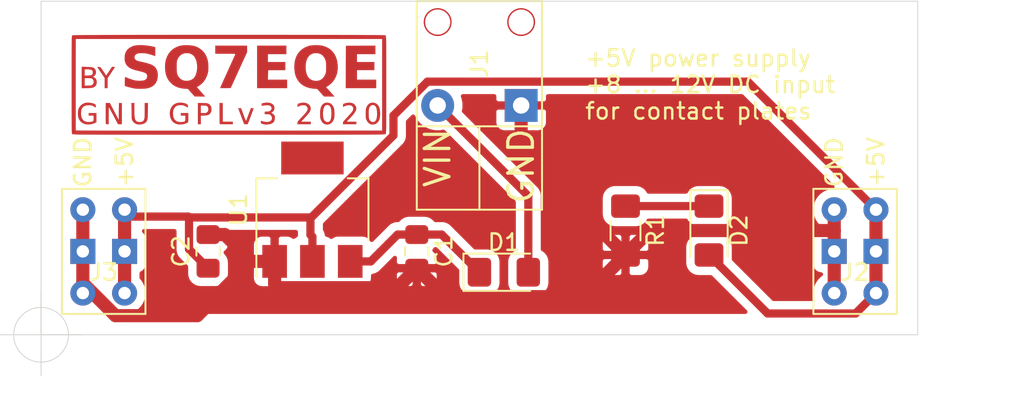
<source format=kicad_pcb>
(kicad_pcb (version 20171130) (host pcbnew 5.1.6-c6e7f7d~86~ubuntu18.04.1)

  (general
    (thickness 1.6)
    (drawings 12)
    (tracks 55)
    (zones 0)
    (modules 10)
    (nets 6)
  )

  (page A4)
  (title_block
    (title "Power Supply +5V PCB")
    (date 2020-01-29)
    (rev 1.0)
    (company "MSc. Paweł Sobótka")
    (comment 1 "GNU GPLv3")
    (comment 2 "by SQ7EQE")
  )

  (layers
    (0 F.Cu signal)
    (31 B.Cu jumper)
    (33 F.Adhes user)
    (35 F.Paste user)
    (37 F.SilkS user)
    (38 B.Mask user)
    (39 F.Mask user)
    (40 Dwgs.User user)
    (41 Cmts.User user)
    (42 Eco1.User user)
    (43 Eco2.User user)
    (44 Edge.Cuts user)
    (45 Margin user)
    (46 B.CrtYd user)
    (47 F.CrtYd user)
    (49 F.Fab user)
  )

  (setup
    (last_trace_width 0.5)
    (user_trace_width 0.8)
    (trace_clearance 0.2)
    (zone_clearance 0.508)
    (zone_45_only no)
    (trace_min 0.2)
    (via_size 0.8)
    (via_drill 0.4)
    (via_min_size 0.4)
    (via_min_drill 0.3)
    (uvia_size 0.3)
    (uvia_drill 0.1)
    (uvias_allowed no)
    (uvia_min_size 0.2)
    (uvia_min_drill 0.1)
    (edge_width 0.05)
    (segment_width 0.2)
    (pcb_text_width 0.3)
    (pcb_text_size 1.5 1.5)
    (mod_edge_width 0.12)
    (mod_text_size 1 1)
    (mod_text_width 0.15)
    (pad_size 1.524 1.524)
    (pad_drill 0.762)
    (pad_to_mask_clearance 0.051)
    (solder_mask_min_width 0.25)
    (aux_axis_origin 125.73 85.09)
    (grid_origin 125.73 85.09)
    (visible_elements FFFFFF7F)
    (pcbplotparams
      (layerselection 0x29020_7fffffff)
      (usegerberextensions false)
      (usegerberattributes true)
      (usegerberadvancedattributes true)
      (creategerberjobfile true)
      (excludeedgelayer false)
      (linewidth 0.150000)
      (plotframeref false)
      (viasonmask false)
      (mode 1)
      (useauxorigin true)
      (hpglpennumber 1)
      (hpglpenspeed 20)
      (hpglpendiameter 15.000000)
      (psnegative false)
      (psa4output false)
      (plotreference true)
      (plotvalue true)
      (plotinvisibletext false)
      (padsonsilk false)
      (subtractmaskfromsilk true)
      (outputformat 1)
      (mirror false)
      (drillshape 0)
      (scaleselection 1)
      (outputdirectory "fab/plot/"))
  )

  (net 0 "")
  (net 1 "Net-(C1-Pad1)")
  (net 2 GND)
  (net 3 "Net-(C2-Pad1)")
  (net 4 "Net-(D1-Pad2)")
  (net 5 "Net-(D2-Pad1)")

  (net_class Default "To jest domyślna klasa połączeń."
    (clearance 0.2)
    (trace_width 0.5)
    (via_dia 0.8)
    (via_drill 0.4)
    (uvia_dia 0.3)
    (uvia_drill 0.1)
    (add_net "Net-(C1-Pad1)")
    (add_net "Net-(C2-Pad1)")
    (add_net "Net-(D1-Pad2)")
    (add_net "Net-(D2-Pad1)")
  )

  (net_class GND ""
    (clearance 0.2)
    (trace_width 0.8)
    (via_dia 0.8)
    (via_drill 0.4)
    (uvia_dia 0.3)
    (uvia_drill 0.1)
    (add_net GND)
  )

  (module power-supply-5V:logo_2020 locked (layer F.Cu) (tedit 5E358A80) (tstamp 5E35E017)
    (at 137.16 69.85)
    (fp_text reference G*** (at 0 0) (layer F.SilkS) hide
      (effects (font (size 1.524 1.524) (thickness 0.3)))
    )
    (fp_text value LOGO (at 0.75 0) (layer F.SilkS) hide
      (effects (font (size 1.524 1.524) (thickness 0.3)))
    )
    (fp_poly (pts (xy 8.911167 -1.862667) (xy 7.789333 -1.862667) (xy 7.789333 -1.375833) (xy 8.847667 -1.375833)
      (xy 8.847667 -0.889) (xy 7.789333 -0.889) (xy 7.789333 -0.296333) (xy 8.9535 -0.296333)
      (xy 8.9535 0.211667) (xy 7.111672 0.211667) (xy 7.117128 -1.074208) (xy 7.122583 -2.360083)
      (xy 8.016875 -2.365605) (xy 8.911167 -2.371126) (xy 8.911167 -1.862667)) (layer F.Cu) (width 0.01))
    (fp_poly (pts (xy 3.4925 -1.862667) (xy 2.370667 -1.862667) (xy 2.370667 -1.375833) (xy 3.429 -1.375833)
      (xy 3.429 -0.88974) (xy 2.905125 -0.884078) (xy 2.38125 -0.878417) (xy 2.369472 -0.296333)
      (xy 3.534833 -0.296333) (xy 3.534833 0.211667) (xy 1.7145 0.211667) (xy 1.7145 -2.370667)
      (xy 3.4925 -2.370667) (xy 3.4925 -1.862667)) (layer F.Cu) (width 0.01))
    (fp_poly (pts (xy 1.100667 -1.97471) (xy 0.604539 -0.886813) (xy 0.108412 0.201083) (xy -0.210377 0.206926)
      (xy -0.321089 0.208066) (xy -0.415099 0.207339) (xy -0.48511 0.204936) (xy -0.523824 0.201048)
      (xy -0.529167 0.198556) (xy -0.520659 0.177105) (xy -0.49622 0.120769) (xy -0.45748 0.033184)
      (xy -0.406067 -0.082016) (xy -0.34361 -0.221194) (xy -0.271738 -0.380715) (xy -0.192081 -0.556946)
      (xy -0.106266 -0.746249) (xy -0.071997 -0.821701) (xy 0.016098 -1.015643) (xy 0.099016 -1.198346)
      (xy 0.175082 -1.366107) (xy 0.242619 -1.515221) (xy 0.299952 -1.641984) (xy 0.345404 -1.742695)
      (xy 0.3773 -1.813648) (xy 0.393965 -1.85114) (xy 0.395934 -1.855789) (xy 0.392319 -1.864078)
      (xy 0.371774 -1.870633) (xy 0.33036 -1.875636) (xy 0.264138 -1.879269) (xy 0.16917 -1.881715)
      (xy 0.041517 -1.883156) (xy -0.12276 -1.883775) (xy -0.209402 -1.883833) (xy -0.8255 -1.883833)
      (xy -0.8255 -2.370667) (xy 1.100667 -2.370667) (xy 1.100667 -1.97471)) (layer F.Cu) (width 0.01))
    (fp_poly (pts (xy -6.974136 -1.077078) (xy -6.944768 -1.071028) (xy -6.942667 -1.068618) (xy -6.95387 -1.04843)
      (xy -6.985048 -0.99875) (xy -7.032557 -0.925218) (xy -7.092752 -0.833473) (xy -7.161987 -0.729153)
      (xy -7.164917 -0.724763) (xy -7.387167 -0.39179) (xy -7.387167 0.211667) (xy -7.5565 0.211667)
      (xy -7.5565 -0.403528) (xy -7.77875 -0.728774) (xy -7.848854 -0.832082) (xy -7.909874 -0.92337)
      (xy -7.958066 -0.996926) (xy -7.989689 -1.047038) (xy -8.001 -1.067978) (xy -7.982225 -1.075128)
      (xy -7.934985 -1.076653) (xy -7.911042 -1.075426) (xy -7.875762 -1.071971) (xy -7.847104 -1.063864)
      (xy -7.81971 -1.045725) (xy -7.788217 -1.012173) (xy -7.747266 -0.957829) (xy -7.691497 -0.877312)
      (xy -7.644293 -0.807701) (xy -7.467503 -0.546485) (xy -7.289507 -0.812993) (xy -7.111511 -1.0795)
      (xy -7.027089 -1.0795) (xy -6.974136 -1.077078)) (layer F.Cu) (width 0.01))
    (fp_poly (pts (xy -8.641292 -1.075619) (xy -8.497606 -1.070091) (xy -8.388957 -1.061071) (xy -8.308077 -1.046548)
      (xy -8.247697 -1.024513) (xy -8.200545 -0.992954) (xy -8.159354 -0.949862) (xy -8.151592 -0.940192)
      (xy -8.105934 -0.853553) (xy -8.090533 -0.75698) (xy -8.103937 -0.661814) (xy -8.144695 -0.579396)
      (xy -8.204745 -0.524792) (xy -8.279092 -0.480926) (xy -8.200458 -0.436255) (xy -8.115209 -0.367664)
      (xy -8.064639 -0.277166) (xy -8.04747 -0.16211) (xy -8.048705 -0.121424) (xy -8.067566 -0.011019)
      (xy -8.111675 0.071484) (xy -8.187299 0.13602) (xy -8.22445 0.157297) (xy -8.263079 0.174769)
      (xy -8.307214 0.187396) (xy -8.364928 0.196193) (xy -8.444296 0.202171) (xy -8.55339 0.206343)
      (xy -8.630708 0.208275) (xy -8.9535 0.215466) (xy -8.9535 -0.402167) (xy -8.784167 -0.402167)
      (xy -8.784167 0.067353) (xy -8.56235 0.060135) (xy -8.461651 0.05612) (xy -8.39365 0.050453)
      (xy -8.348716 0.040963) (xy -8.317216 0.025476) (xy -8.289519 0.00182) (xy -8.285315 -0.002349)
      (xy -8.241469 -0.072288) (xy -8.226299 -0.156215) (xy -8.237672 -0.242134) (xy -8.273458 -0.318044)
      (xy -8.331526 -0.371949) (xy -8.352735 -0.381945) (xy -8.397759 -0.391143) (xy -8.471728 -0.398153)
      (xy -8.561267 -0.401857) (xy -8.595045 -0.402167) (xy -8.784167 -0.402167) (xy -8.9535 -0.402167)
      (xy -8.9535 -0.931333) (xy -8.784167 -0.931333) (xy -8.784167 -0.546367) (xy -8.574672 -0.553642)
      (xy -8.471568 -0.558746) (xy -8.401615 -0.566679) (xy -8.355648 -0.579159) (xy -8.324498 -0.597903)
      (xy -8.320672 -0.601239) (xy -8.289309 -0.653573) (xy -8.275158 -0.727665) (xy -8.28062 -0.805615)
      (xy -8.289315 -0.835135) (xy -8.327463 -0.881372) (xy -8.401475 -0.912342) (xy -8.512902 -0.928521)
      (xy -8.603199 -0.931333) (xy -8.784167 -0.931333) (xy -8.9535 -0.931333) (xy -8.9535 -1.084114)
      (xy -8.641292 -1.075619)) (layer F.Cu) (width 0.01))
    (fp_poly (pts (xy -5.142357 -2.393226) (xy -4.929823 -2.369697) (xy -4.714663 -2.333138) (xy -4.630208 -2.315071)
      (xy -4.487333 -2.282607) (xy -4.487333 -1.738624) (xy -4.654068 -1.799475) (xy -4.836599 -1.85667)
      (xy -5.020142 -1.896853) (xy -5.197072 -1.919429) (xy -5.35976 -1.9238) (xy -5.500577 -1.909372)
      (xy -5.611897 -1.875547) (xy -5.614128 -1.874499) (xy -5.690069 -1.81895) (xy -5.735868 -1.744885)
      (xy -5.750478 -1.662111) (xy -5.732852 -1.580437) (xy -5.681943 -1.509669) (xy -5.655317 -1.488786)
      (xy -5.599584 -1.461085) (xy -5.518775 -1.432457) (xy -5.429603 -1.408755) (xy -5.422484 -1.407221)
      (xy -5.19933 -1.357815) (xy -5.013966 -1.311446) (xy -4.862098 -1.266571) (xy -4.739431 -1.22165)
      (xy -4.64167 -1.175138) (xy -4.564521 -1.125495) (xy -4.512833 -1.080577) (xy -4.419348 -0.957658)
      (xy -4.357842 -0.809791) (xy -4.329393 -0.640962) (xy -4.33508 -0.455158) (xy -4.337868 -0.433624)
      (xy -4.379713 -0.251673) (xy -4.45117 -0.09921) (xy -4.55336 0.024923) (xy -4.687401 0.121887)
      (xy -4.854414 0.192839) (xy -4.972698 0.223788) (xy -5.047545 0.23449) (xy -5.152476 0.242783)
      (xy -5.275297 0.248395) (xy -5.403813 0.251053) (xy -5.525829 0.250485) (xy -5.629149 0.246417)
      (xy -5.693833 0.239901) (xy -5.798002 0.220766) (xy -5.923651 0.193717) (xy -6.051933 0.163111)
      (xy -6.164003 0.133305) (xy -6.196542 0.123674) (xy -6.328833 0.082966) (xy -6.328833 -0.193615)
      (xy -6.327898 -0.311051) (xy -6.324763 -0.391126) (xy -6.318939 -0.438777) (xy -6.309935 -0.458942)
      (xy -6.302375 -0.459743) (xy -6.2721 -0.447398) (xy -6.212975 -0.423009) (xy -6.135234 -0.390804)
      (xy -6.09176 -0.372751) (xy -5.893958 -0.299684) (xy -5.712272 -0.253423) (xy -5.532804 -0.23092)
      (xy -5.42925 -0.227565) (xy -5.26839 -0.236537) (xy -5.144001 -0.265225) (xy -5.05464 -0.314515)
      (xy -4.998863 -0.385294) (xy -4.975226 -0.478448) (xy -4.974167 -0.506863) (xy -4.983391 -0.59059)
      (xy -5.013483 -0.647908) (xy -5.017114 -0.65195) (xy -5.045503 -0.680141) (xy -5.076681 -0.704132)
      (xy -5.116092 -0.72582) (xy -5.169184 -0.747103) (xy -5.241402 -0.76988) (xy -5.338192 -0.796049)
      (xy -5.464999 -0.827508) (xy -5.627271 -0.866156) (xy -5.640917 -0.869372) (xy -5.848678 -0.930619)
      (xy -6.018238 -1.008337) (xy -6.151044 -1.104169) (xy -6.248548 -1.219758) (xy -6.312197 -1.356748)
      (xy -6.343443 -1.516783) (xy -6.345792 -1.668584) (xy -6.321268 -1.84948) (xy -6.266125 -2.002796)
      (xy -6.178537 -2.130898) (xy -6.056675 -2.236149) (xy -5.898711 -2.320915) (xy -5.817208 -2.352363)
      (xy -5.689689 -2.383294) (xy -5.52974 -2.400259) (xy -5.344812 -2.403491) (xy -5.142357 -2.393226)) (layer F.Cu) (width 0.01))
    (fp_poly (pts (xy 5.45015 -2.397125) (xy 5.591443 -2.384953) (xy 5.706043 -2.36464) (xy 5.715 -2.362301)
      (xy 5.935075 -2.283857) (xy 6.124771 -2.175944) (xy 6.284041 -2.038621) (xy 6.412837 -1.87195)
      (xy 6.511114 -1.67599) (xy 6.578825 -1.450803) (xy 6.615922 -1.196448) (xy 6.615965 -1.195917)
      (xy 6.617691 -0.948158) (xy 6.583008 -0.713778) (xy 6.513481 -0.496165) (xy 6.410673 -0.29871)
      (xy 6.276147 -0.124803) (xy 6.111466 0.022166) (xy 6.028312 0.07838) (xy 5.903805 0.15523)
      (xy 5.974754 0.231073) (xy 6.016572 0.276319) (xy 6.078486 0.343986) (xy 6.152257 0.425043)
      (xy 6.229647 0.510458) (xy 6.232208 0.513292) (xy 6.418713 0.719667) (xy 5.78169 0.719667)
      (xy 5.57623 0.489777) (xy 5.370771 0.259888) (xy 5.17776 0.247504) (xy 4.931814 0.214423)
      (xy 4.711034 0.148904) (xy 4.51669 0.05186) (xy 4.350056 -0.075799) (xy 4.212404 -0.233163)
      (xy 4.105006 -0.419321) (xy 4.050745 -0.559275) (xy 4.011177 -0.7233) (xy 3.987613 -0.911834)
      (xy 3.985109 -0.984597) (xy 4.663382 -0.984597) (xy 4.683611 -0.811801) (xy 4.72443 -0.650761)
      (xy 4.785732 -0.509237) (xy 4.867413 -0.394987) (xy 4.893609 -0.369223) (xy 5.015547 -0.286451)
      (xy 5.15661 -0.236656) (xy 5.307855 -0.221122) (xy 5.460341 -0.241136) (xy 5.55625 -0.273976)
      (xy 5.649908 -0.333142) (xy 5.740556 -0.422948) (xy 5.818421 -0.532245) (xy 5.864909 -0.626135)
      (xy 5.884662 -0.680063) (xy 5.898466 -0.731907) (xy 5.907383 -0.79099) (xy 5.912477 -0.866635)
      (xy 5.91481 -0.968162) (xy 5.915392 -1.068917) (xy 5.915045 -1.195985) (xy 5.912643 -1.290328)
      (xy 5.907102 -1.361543) (xy 5.897338 -1.419227) (xy 5.882267 -1.472977) (xy 5.863999 -1.524)
      (xy 5.788134 -1.67262) (xy 5.686757 -1.788219) (xy 5.562239 -1.869258) (xy 5.416951 -1.914198)
      (xy 5.253264 -1.921501) (xy 5.251793 -1.921397) (xy 5.100173 -1.894405) (xy 4.972899 -1.835386)
      (xy 4.874771 -1.753397) (xy 4.79047 -1.638189) (xy 4.727286 -1.495946) (xy 4.685113 -1.334428)
      (xy 4.663847 -1.161392) (xy 4.663382 -0.984597) (xy 3.985109 -0.984597) (xy 3.980795 -1.109899)
      (xy 3.991463 -1.302516) (xy 4.008214 -1.418167) (xy 4.0701 -1.640928) (xy 4.166314 -1.839756)
      (xy 4.294942 -2.012597) (xy 4.45407 -2.1574) (xy 4.641785 -2.272109) (xy 4.856173 -2.354671)
      (xy 4.8895 -2.363889) (xy 5.001838 -2.384539) (xy 5.141774 -2.396945) (xy 5.295736 -2.401131)
      (xy 5.45015 -2.397125)) (layer F.Cu) (width 0.01))
    (fp_poly (pts (xy -2.340001 -2.389686) (xy -2.138904 -2.357134) (xy -1.961872 -2.299936) (xy -1.802314 -2.215833)
      (xy -1.653643 -2.102568) (xy -1.622848 -2.074548) (xy -1.482148 -1.914577) (xy -1.374863 -1.729066)
      (xy -1.300924 -1.51782) (xy -1.260265 -1.280641) (xy -1.252817 -1.017331) (xy -1.253615 -0.996071)
      (xy -1.261169 -0.868896) (xy -1.273463 -0.767854) (xy -1.29326 -0.676791) (xy -1.323323 -0.579553)
      (xy -1.326413 -0.570565) (xy -1.416345 -0.364712) (xy -1.533426 -0.185336) (xy -1.674536 -0.036324)
      (xy -1.836556 0.078438) (xy -1.856062 0.089091) (xy -1.909042 0.120225) (xy -1.941973 0.145407)
      (xy -1.947333 0.153708) (xy -1.933873 0.174384) (xy -1.896862 0.22026) (xy -1.841359 0.285328)
      (xy -1.772422 0.363585) (xy -1.742286 0.397161) (xy -1.665214 0.482649) (xy -1.595109 0.560537)
      (xy -1.538427 0.62364) (xy -1.501627 0.664776) (xy -1.49518 0.672042) (xy -1.453121 0.719667)
      (xy -2.084917 0.719583) (xy -2.289955 0.490072) (xy -2.494993 0.26056) (xy -2.692122 0.246917)
      (xy -2.921709 0.218048) (xy -3.121611 0.163892) (xy -3.297814 0.081962) (xy -3.456305 -0.030231)
      (xy -3.536512 -0.104155) (xy -3.662341 -0.251202) (xy -3.758284 -0.413135) (xy -3.826706 -0.59583)
      (xy -3.869976 -0.805165) (xy -3.886756 -0.973667) (xy -3.886233 -1.0795) (xy -3.184941 -1.0795)
      (xy -3.182925 -0.917239) (xy -3.174964 -0.788805) (xy -3.159254 -0.685898) (xy -3.133993 -0.600215)
      (xy -3.097378 -0.523455) (xy -3.047699 -0.447444) (xy -2.948809 -0.345359) (xy -2.825895 -0.273191)
      (xy -2.686366 -0.232498) (xy -2.537633 -0.224842) (xy -2.387105 -0.251782) (xy -2.292263 -0.288368)
      (xy -2.218577 -0.330839) (xy -2.152062 -0.38135) (xy -2.124839 -0.40854) (xy -2.042727 -0.534658)
      (xy -1.983053 -0.686765) (xy -1.945699 -0.856656) (xy -1.930546 -1.036124) (xy -1.937476 -1.216963)
      (xy -1.966369 -1.390969) (xy -2.017107 -1.549935) (xy -2.089572 -1.685656) (xy -2.144271 -1.753397)
      (xy -2.255116 -1.843359) (xy -2.384709 -1.898798) (xy -2.521294 -1.921397) (xy -2.684596 -1.913902)
      (xy -2.831224 -1.86834) (xy -2.957853 -1.786813) (xy -3.061158 -1.671428) (xy -3.134283 -1.533332)
      (xy -3.15378 -1.480367) (xy -3.167509 -1.429667) (xy -3.176482 -1.372182) (xy -3.181707 -1.298862)
      (xy -3.184197 -1.200656) (xy -3.184941 -1.0795) (xy -3.886233 -1.0795) (xy -3.885526 -1.222268)
      (xy -3.850375 -1.455182) (xy -3.782865 -1.669184) (xy -3.684557 -1.861049) (xy -3.557012 -2.027554)
      (xy -3.401791 -2.165475) (xy -3.270186 -2.247155) (xy -3.138844 -2.309601) (xy -3.014078 -2.35341)
      (xy -2.88362 -2.381266) (xy -2.735202 -2.39585) (xy -2.57175 -2.399852) (xy -2.340001 -2.389686)) (layer F.Cu) (width 0.01))
    (fp_poly (pts (xy 7.456242 1.116964) (xy 7.568961 1.157512) (xy 7.654659 1.226954) (xy 7.7056 1.30358)
      (xy 7.736926 1.383663) (xy 7.746261 1.463304) (xy 7.731677 1.546839) (xy 7.691246 1.638609)
      (xy 7.62304 1.742952) (xy 7.525131 1.864205) (xy 7.395591 2.006707) (xy 7.39094 2.011627)
      (xy 7.151296 2.264833) (xy 7.747 2.264833) (xy 7.747 2.413) (xy 6.942667 2.413)
      (xy 6.942667 2.336972) (xy 6.945122 2.307523) (xy 6.9551 2.277364) (xy 6.976516 2.241319)
      (xy 7.013289 2.194214) (xy 7.069334 2.130873) (xy 7.148569 2.046121) (xy 7.217604 1.973713)
      (xy 7.308376 1.876442) (xy 7.391594 1.782734) (xy 7.461537 1.699379) (xy 7.512488 1.633171)
      (xy 7.537329 1.593961) (xy 7.569561 1.49157) (xy 7.561305 1.401352) (xy 7.512586 1.323477)
      (xy 7.490656 1.303026) (xy 7.40976 1.261276) (xy 7.304709 1.247651) (xy 7.183032 1.262196)
      (xy 7.063251 1.300346) (xy 6.940419 1.350854) (xy 6.946834 1.26344) (xy 6.952426 1.213611)
      (xy 6.9668 1.18364) (xy 7.000275 1.163127) (xy 7.06317 1.141671) (xy 7.069667 1.139639)
      (xy 7.161091 1.118559) (xy 7.263658 1.105585) (xy 7.313083 1.10357) (xy 7.456242 1.116964)) (layer F.Cu) (width 0.01))
    (fp_poly (pts (xy 4.711899 1.128894) (xy 4.816306 1.17747) (xy 4.897149 1.247101) (xy 4.950473 1.334774)
      (xy 4.972325 1.437473) (xy 4.958749 1.552185) (xy 4.932545 1.624225) (xy 4.904682 1.66928)
      (xy 4.853125 1.737639) (xy 4.783649 1.822214) (xy 4.70203 1.915919) (xy 4.634993 1.98935)
      (xy 4.378133 2.264833) (xy 4.974167 2.264833) (xy 4.974167 2.413) (xy 4.169833 2.413)
      (xy 4.169833 2.337084) (xy 4.172313 2.307682) (xy 4.182349 2.277459) (xy 4.203838 2.241249)
      (xy 4.240678 2.193889) (xy 4.296765 2.130216) (xy 4.375996 2.045064) (xy 4.445366 1.971959)
      (xy 4.565585 1.843425) (xy 4.657365 1.738976) (xy 4.723477 1.654098) (xy 4.766695 1.584277)
      (xy 4.789791 1.524999) (xy 4.795538 1.471749) (xy 4.786708 1.420014) (xy 4.785948 1.417436)
      (xy 4.755577 1.352019) (xy 4.71298 1.298064) (xy 4.706219 1.292302) (xy 4.633137 1.258957)
      (xy 4.534712 1.248515) (xy 4.421078 1.260782) (xy 4.302368 1.29556) (xy 4.290418 1.300346)
      (xy 4.167585 1.350854) (xy 4.174001 1.26344) (xy 4.179593 1.213611) (xy 4.193967 1.18364)
      (xy 4.227442 1.163127) (xy 4.290337 1.141671) (xy 4.296833 1.139639) (xy 4.448208 1.106964)
      (xy 4.587881 1.104387) (xy 4.711899 1.128894)) (layer F.Cu) (width 0.01))
    (fp_poly (pts (xy 0.8787 1.830917) (xy 0.923297 1.9509) (xy 0.963547 2.056005) (xy 0.997049 2.14022)
      (xy 1.021402 2.197532) (xy 1.034207 2.221928) (xy 1.03499 2.222377) (xy 1.046828 2.203678)
      (xy 1.069384 2.152972) (xy 1.099326 2.078185) (xy 1.13057 1.994835) (xy 1.171989 1.881676)
      (xy 1.215956 1.762493) (xy 1.255952 1.654921) (xy 1.275297 1.603375) (xy 1.337206 1.439333)
      (xy 1.422284 1.439333) (xy 1.475872 1.44198) (xy 1.496246 1.453059) (xy 1.492725 1.476375)
      (xy 1.481094 1.506744) (xy 1.457044 1.570216) (xy 1.42304 1.660261) (xy 1.381546 1.77035)
      (xy 1.335028 1.893956) (xy 1.322917 1.926167) (xy 1.275528 2.052128) (xy 1.232549 2.166205)
      (xy 1.196444 2.261867) (xy 1.169677 2.332585) (xy 1.154714 2.371832) (xy 1.153108 2.375958)
      (xy 1.132201 2.399768) (xy 1.087269 2.410958) (xy 1.034238 2.413) (xy 0.964302 2.407705)
      (xy 0.925195 2.393098) (xy 0.920452 2.386542) (xy 0.910533 2.359808) (xy 0.887986 2.299433)
      (xy 0.855054 2.211409) (xy 0.81398 2.10173) (xy 0.767007 1.976389) (xy 0.7412 1.907561)
      (xy 0.692687 1.777868) (xy 0.649581 1.662) (xy 0.613976 1.565637) (xy 0.587965 1.494456)
      (xy 0.57364 1.454135) (xy 0.5715 1.447186) (xy 0.59026 1.442197) (xy 0.636938 1.439493)
      (xy 0.653335 1.439333) (xy 0.735169 1.439333) (xy 0.8787 1.830917)) (layer F.Cu) (width 0.01))
    (fp_poly (pts (xy -0.381 2.264833) (xy 0.232833 2.264833) (xy 0.232833 2.413) (xy -0.155222 2.413)
      (xy -0.279324 2.412264) (xy -0.388551 2.410221) (xy -0.475961 2.407113) (xy -0.534611 2.403183)
      (xy -0.557389 2.398889) (xy -0.560942 2.374935) (xy -0.564167 2.313992) (xy -0.566947 2.221405)
      (xy -0.569165 2.102515) (xy -0.570705 1.962669) (xy -0.571449 1.807209) (xy -0.5715 1.753305)
      (xy -0.5715 1.121833) (xy -0.381 1.121833) (xy -0.381 2.264833)) (layer F.Cu) (width 0.01))
    (fp_poly (pts (xy -1.592792 1.125095) (xy -1.473509 1.128715) (xy -1.387849 1.133488) (xy -1.327101 1.140773)
      (xy -1.282555 1.151931) (xy -1.245501 1.168321) (xy -1.219876 1.183313) (xy -1.139389 1.256301)
      (xy -1.086779 1.351615) (xy -1.062053 1.459865) (xy -1.065216 1.571662) (xy -1.096275 1.677619)
      (xy -1.155236 1.768346) (xy -1.219459 1.821801) (xy -1.2668 1.846762) (xy -1.319364 1.863125)
      (xy -1.38884 1.873269) (xy -1.486919 1.879573) (xy -1.507709 1.880451) (xy -1.7145 1.888757)
      (xy -1.7145 2.413) (xy -1.883833 2.413) (xy -1.883833 1.27) (xy -1.7145 1.27)
      (xy -1.7145 1.735667) (xy -1.543539 1.735667) (xy -1.456992 1.734598) (xy -1.400693 1.729256)
      (xy -1.362571 1.71643) (xy -1.330554 1.692915) (xy -1.310705 1.673795) (xy -1.272079 1.627843)
      (xy -1.253754 1.579457) (xy -1.248852 1.509632) (xy -1.248833 1.502833) (xy -1.252988 1.430574)
      (xy -1.270038 1.381214) (xy -1.306859 1.33575) (xy -1.310705 1.331872) (xy -1.344592 1.300936)
      (xy -1.377796 1.282495) (xy -1.422389 1.27334) (xy -1.490444 1.270263) (xy -1.543539 1.27)
      (xy -1.7145 1.27) (xy -1.883833 1.27) (xy -1.883833 1.117774) (xy -1.592792 1.125095)) (layer F.Cu) (width 0.01))
    (fp_poly (pts (xy -6.519333 2.413) (xy -6.745813 2.413) (xy -7.016297 1.899708) (xy -7.088045 1.764079)
      (xy -7.153986 1.640427) (xy -7.211381 1.533805) (xy -7.257496 1.449266) (xy -7.289592 1.391863)
      (xy -7.304934 1.366646) (xy -7.305224 1.366308) (xy -7.310465 1.380684) (xy -7.315061 1.432681)
      (xy -7.318843 1.517586) (xy -7.321643 1.630691) (xy -7.32329 1.767284) (xy -7.323667 1.8796)
      (xy -7.323667 2.413) (xy -7.394222 2.413) (xy -7.446523 2.409127) (xy -7.477933 2.399722)
      (xy -7.478889 2.398889) (xy -7.482442 2.374935) (xy -7.485667 2.313992) (xy -7.488447 2.221405)
      (xy -7.490665 2.102515) (xy -7.492205 1.962669) (xy -7.492949 1.807209) (xy -7.493 1.753305)
      (xy -7.493 1.121833) (xy -7.371292 1.122154) (xy -7.249583 1.122475) (xy -6.974417 1.645114)
      (xy -6.69925 2.167754) (xy -6.693589 1.644793) (xy -6.687927 1.121833) (xy -6.519333 1.121833)
      (xy -6.519333 2.413)) (layer F.Cu) (width 0.01))
    (fp_poly (pts (xy 8.881201 1.119753) (xy 8.99083 1.175852) (xy 9.079183 1.267221) (xy 9.14414 1.39212)
      (xy 9.158231 1.434136) (xy 9.18159 1.548656) (xy 9.193498 1.687845) (xy 9.193953 1.835651)
      (xy 9.182953 1.976026) (xy 9.160496 2.09292) (xy 9.158316 2.100403) (xy 9.101628 2.227639)
      (xy 9.019443 2.326934) (xy 8.91733 2.394978) (xy 8.800863 2.428463) (xy 8.675612 2.42408)
      (xy 8.631584 2.413245) (xy 8.526988 2.361152) (xy 8.440675 2.272609) (xy 8.388598 2.184947)
      (xy 8.364827 2.13426) (xy 8.348398 2.089483) (xy 8.337959 2.04114) (xy 8.332161 1.979759)
      (xy 8.329653 1.895864) (xy 8.329085 1.779982) (xy 8.329083 1.767417) (xy 8.329142 1.756833)
      (xy 8.498456 1.756833) (xy 8.501123 1.892124) (xy 8.5087 2.002207) (xy 8.520608 2.079983)
      (xy 8.526327 2.100099) (xy 8.57464 2.188519) (xy 8.642659 2.250366) (xy 8.721981 2.282949)
      (xy 8.804202 2.283577) (xy 8.88092 2.249562) (xy 8.910589 2.223118) (xy 8.956778 2.157909)
      (xy 8.988823 2.073053) (xy 9.008221 1.962052) (xy 9.016469 1.818409) (xy 9.017 1.761408)
      (xy 9.008431 1.583464) (xy 8.982405 1.443169) (xy 8.938441 1.33939) (xy 8.876056 1.270998)
      (xy 8.794771 1.236859) (xy 8.793936 1.236701) (xy 8.704544 1.239736) (xy 8.625468 1.28196)
      (xy 8.56105 1.360654) (xy 8.544187 1.393211) (xy 8.524288 1.442098) (xy 8.511036 1.493165)
      (xy 8.50316 1.556508) (xy 8.49939 1.642225) (xy 8.498456 1.756833) (xy 8.329142 1.756833)
      (xy 8.329772 1.64536) (xy 8.332588 1.556326) (xy 8.338657 1.491017) (xy 8.349105 1.440133)
      (xy 8.365059 1.394377) (xy 8.377742 1.365514) (xy 8.446531 1.24561) (xy 8.527049 1.163914)
      (xy 8.624394 1.116821) (xy 8.743666 1.100726) (xy 8.752417 1.100667) (xy 8.881201 1.119753)) (layer F.Cu) (width 0.01))
    (fp_poly (pts (xy 6.10837 1.119752) (xy 6.217967 1.175801) (xy 6.306171 1.267003) (xy 6.370782 1.391546)
      (xy 6.384939 1.434136) (xy 6.409031 1.55316) (xy 6.420756 1.695332) (xy 6.420189 1.844794)
      (xy 6.4074 1.985691) (xy 6.382462 2.102166) (xy 6.38188 2.104011) (xy 6.322751 2.233032)
      (xy 6.239495 2.332302) (xy 6.137049 2.398904) (xy 6.020348 2.429919) (xy 5.894331 2.422428)
      (xy 5.85875 2.413245) (xy 5.753245 2.360496) (xy 5.666561 2.270944) (xy 5.617004 2.187034)
      (xy 5.59042 2.127631) (xy 5.572492 2.070902) (xy 5.560999 2.004982) (xy 5.553721 1.918008)
      (xy 5.551566 1.871389) (xy 5.718502 1.871389) (xy 5.734815 2.013952) (xy 5.769288 2.124639)
      (xy 5.822677 2.206973) (xy 5.831748 2.216482) (xy 5.911413 2.270441) (xy 6.000576 2.288504)
      (xy 6.088247 2.268698) (xy 6.097322 2.264125) (xy 6.154984 2.212154) (xy 6.197623 2.125083)
      (xy 6.225791 2.00124) (xy 6.240043 1.838955) (xy 6.240309 1.832229) (xy 6.239465 1.641468)
      (xy 6.220731 1.488303) (xy 6.183767 1.371808) (xy 6.128238 1.291056) (xy 6.053803 1.245121)
      (xy 6.023212 1.237096) (xy 5.930328 1.237732) (xy 5.853586 1.276982) (xy 5.793458 1.354136)
      (xy 5.75042 1.468479) (xy 5.724946 1.619301) (xy 5.719594 1.693427) (xy 5.718502 1.871389)
      (xy 5.551566 1.871389) (xy 5.549475 1.826164) (xy 5.552709 1.618696) (xy 5.579554 1.445858)
      (xy 5.629918 1.307805) (xy 5.703712 1.20469) (xy 5.800843 1.136666) (xy 5.921221 1.103887)
      (xy 5.979583 1.100667) (xy 6.10837 1.119752)) (layer F.Cu) (width 0.01))
    (fp_poly (pts (xy 2.502142 1.119574) (xy 2.581901 1.148292) (xy 2.67826 1.213265) (xy 2.737883 1.293582)
      (xy 2.765397 1.395568) (xy 2.765862 1.399873) (xy 2.757843 1.506168) (xy 2.713988 1.598206)
      (xy 2.638827 1.667085) (xy 2.626313 1.67424) (xy 2.557147 1.711334) (xy 2.620135 1.743907)
      (xy 2.675868 1.782328) (xy 2.732024 1.835011) (xy 2.740714 1.844921) (xy 2.772062 1.886625)
      (xy 2.788313 1.926472) (xy 2.793076 1.979535) (xy 2.790441 2.05253) (xy 2.77256 2.172613)
      (xy 2.731096 2.262851) (xy 2.660965 2.331475) (xy 2.594409 2.369944) (xy 2.51915 2.395703)
      (xy 2.420731 2.415412) (xy 2.316067 2.427006) (xy 2.222076 2.428422) (xy 2.169583 2.421763)
      (xy 2.071863 2.398139) (xy 2.008003 2.380313) (xy 1.970811 2.363746) (xy 1.953095 2.343897)
      (xy 1.947663 2.316229) (xy 1.947333 2.281485) (xy 1.951957 2.225574) (xy 1.966728 2.207368)
      (xy 1.973792 2.208889) (xy 2.112111 2.254917) (xy 2.245687 2.27737) (xy 2.367969 2.276874)
      (xy 2.47241 2.254056) (xy 2.552461 2.209544) (xy 2.599379 2.149008) (xy 2.62595 2.048735)
      (xy 2.611075 1.956503) (xy 2.554934 1.873389) (xy 2.5527 1.871133) (xy 2.512066 1.833306)
      (xy 2.475752 1.811751) (xy 2.429701 1.801917) (xy 2.359852 1.79925) (xy 2.33045 1.799167)
      (xy 2.180167 1.799167) (xy 2.180167 1.656688) (xy 2.332541 1.645786) (xy 2.414948 1.638143)
      (xy 2.468351 1.626474) (xy 2.506074 1.605918) (xy 2.541437 1.571611) (xy 2.544208 1.568524)
      (xy 2.590323 1.502568) (xy 2.601395 1.438703) (xy 2.583243 1.367642) (xy 2.541141 1.306486)
      (xy 2.46884 1.268692) (xy 2.363944 1.253416) (xy 2.26634 1.255928) (xy 2.179564 1.263744)
      (xy 2.102191 1.272915) (xy 2.050106 1.281542) (xy 2.047875 1.282063) (xy 2.008786 1.288035)
      (xy 1.992799 1.27297) (xy 1.989669 1.226503) (xy 1.989667 1.223186) (xy 1.992225 1.179958)
      (xy 2.006899 1.154957) (xy 2.044184 1.138637) (xy 2.097115 1.125469) (xy 2.239973 1.103352)
      (xy 2.379033 1.101578) (xy 2.502142 1.119574)) (layer F.Cu) (width 0.01))
    (fp_poly (pts (xy -2.767431 1.117574) (xy -2.644805 1.151191) (xy -2.612398 1.165474) (xy -2.55187 1.197961)
      (xy -2.519891 1.226594) (xy -2.506194 1.264424) (xy -2.501788 1.306083) (xy -2.495326 1.395083)
      (xy -2.635618 1.321958) (xy -2.717737 1.282115) (xy -2.784419 1.259974) (xy -2.855973 1.250556)
      (xy -2.933801 1.248833) (xy -3.05893 1.255516) (xy -3.154466 1.278276) (xy -3.231407 1.321179)
      (xy -3.295885 1.382685) (xy -3.354646 1.467549) (xy -3.390379 1.566614) (xy -3.40623 1.690286)
      (xy -3.407715 1.752752) (xy -3.398312 1.90386) (xy -3.368315 2.0241) (xy -3.315491 2.120748)
      (xy -3.283013 2.159181) (xy -3.193429 2.229517) (xy -3.083932 2.270409) (xy -2.948772 2.283586)
      (xy -2.877865 2.280921) (xy -2.776209 2.271376) (xy -2.709546 2.255134) (xy -2.670537 2.224968)
      (xy -2.651844 2.173652) (xy -2.646129 2.09396) (xy -2.645833 2.052422) (xy -2.645833 1.883833)
      (xy -2.921 1.883833) (xy -2.921 1.735667) (xy -2.4765 1.735667) (xy -2.4765 2.010345)
      (xy -2.476886 2.123048) (xy -2.478839 2.201018) (xy -2.483548 2.251853) (xy -2.492205 2.283152)
      (xy -2.506001 2.302513) (xy -2.524472 2.316456) (xy -2.631812 2.368336) (xy -2.764993 2.405046)
      (xy -2.90953 2.424298) (xy -3.050937 2.423804) (xy -3.131716 2.412363) (xy -3.274355 2.361918)
      (xy -3.395074 2.277277) (xy -3.490068 2.162503) (xy -3.555535 2.02166) (xy -3.57725 1.936307)
      (xy -3.594642 1.757538) (xy -3.57891 1.591694) (xy -3.532209 1.443188) (xy -3.456697 1.316434)
      (xy -3.354528 1.215845) (xy -3.227859 1.145836) (xy -3.183853 1.131003) (xy -3.052387 1.106549)
      (xy -2.908435 1.102383) (xy -2.767431 1.117574)) (layer F.Cu) (width 0.01))
    (fp_poly (pts (xy -5.757211 1.508125) (xy -5.755856 1.693316) (xy -5.751408 1.841417) (xy -5.743093 1.957607)
      (xy -5.730139 2.047063) (xy -5.711774 2.114966) (xy -5.687225 2.166495) (xy -5.65572 2.206828)
      (xy -5.652513 2.21009) (xy -5.60985 2.246726) (xy -5.564393 2.26737) (xy -5.500345 2.277718)
      (xy -5.456345 2.280814) (xy -5.371167 2.282008) (xy -5.310881 2.271981) (xy -5.258857 2.247746)
      (xy -5.253351 2.244352) (xy -5.213936 2.216447) (xy -5.183258 2.184509) (xy -5.160241 2.143141)
      (xy -5.143806 2.086943) (xy -5.132877 2.010518) (xy -5.126374 1.908468) (xy -5.123221 1.775395)
      (xy -5.122338 1.6059) (xy -5.122333 1.58818) (xy -5.122333 1.121833) (xy -4.927813 1.121833)
      (xy -4.935961 1.603375) (xy -4.939679 1.778003) (xy -4.944902 1.916108) (xy -4.952628 2.023496)
      (xy -4.963854 2.105975) (xy -4.979577 2.169351) (xy -5.000795 2.219432) (xy -5.028505 2.262024)
      (xy -5.054349 2.292769) (xy -5.131877 2.351676) (xy -5.23779 2.395456) (xy -5.360025 2.421468)
      (xy -5.486517 2.427067) (xy -5.597223 2.411683) (xy -5.712857 2.361872) (xy -5.810848 2.278166)
      (xy -5.868577 2.194815) (xy -5.883787 2.164006) (xy -5.895482 2.131837) (xy -5.904229 2.092254)
      (xy -5.910596 2.039203) (xy -5.915151 1.966627) (xy -5.91846 1.868473) (xy -5.921091 1.738684)
      (xy -5.923003 1.613958) (xy -5.930077 1.121833) (xy -5.757333 1.121833) (xy -5.757211 1.508125)) (layer F.Cu) (width 0.01))
    (fp_poly (pts (xy -8.397269 1.116773) (xy -8.278857 1.141839) (xy -8.217958 1.163254) (xy -8.155264 1.19213)
      (xy -8.122126 1.216377) (xy -8.109124 1.247884) (xy -8.106836 1.298538) (xy -8.106833 1.303482)
      (xy -8.106833 1.395251) (xy -8.213264 1.329091) (xy -8.27873 1.292671) (xy -8.340934 1.270716)
      (xy -8.416834 1.258507) (xy -8.485651 1.253323) (xy -8.645329 1.256989) (xy -8.774179 1.289084)
      (xy -8.873407 1.35077) (xy -8.944216 1.443214) (xy -8.987809 1.567579) (xy -9.005393 1.72503)
      (xy -9.005887 1.75648) (xy -8.991564 1.921573) (xy -8.947958 2.056755) (xy -8.875914 2.16119)
      (xy -8.776272 2.234044) (xy -8.649877 2.274482) (xy -8.49757 2.281668) (xy -8.47725 2.280228)
      (xy -8.397329 2.269903) (xy -8.326085 2.254433) (xy -8.292042 2.24272) (xy -8.262862 2.226945)
      (xy -8.245535 2.20635) (xy -8.236978 2.170713) (xy -8.234109 2.109816) (xy -8.233833 2.049769)
      (xy -8.233833 1.883833) (xy -8.530167 1.883833) (xy -8.530167 1.735667) (xy -8.0645 1.735667)
      (xy -8.0645 2.288224) (xy -8.197584 2.350502) (xy -8.352126 2.403231) (xy -8.518958 2.426391)
      (xy -8.682733 2.418588) (xy -8.761809 2.401769) (xy -8.902928 2.341568) (xy -9.020497 2.249393)
      (xy -9.109351 2.130622) (xy -9.164326 1.990632) (xy -9.166789 1.980104) (xy -9.177877 1.902484)
      (xy -9.183647 1.802453) (xy -9.183035 1.699717) (xy -9.182514 1.688751) (xy -9.174704 1.588613)
      (xy -9.160989 1.514375) (xy -9.137271 1.449641) (xy -9.109151 1.395126) (xy -9.022937 1.280962)
      (xy -8.908358 1.188161) (xy -8.77771 1.126301) (xy -8.755747 1.11981) (xy -8.6527 1.104386)
      (xy -8.527545 1.103831) (xy -8.397269 1.116773)) (layer F.Cu) (width 0.01))
    (fp_poly (pts (xy 0.760108 -3.026824) (xy 1.47902 -3.026794) (xy 2.157872 -3.026739) (xy 2.7978 -3.026654)
      (xy 3.399943 -3.026537) (xy 3.965436 -3.026382) (xy 4.495416 -3.026187) (xy 4.991019 -3.025947)
      (xy 5.453384 -3.025658) (xy 5.883646 -3.025316) (xy 6.282942 -3.024917) (xy 6.652409 -3.024457)
      (xy 6.993184 -3.023933) (xy 7.306403 -3.02334) (xy 7.593204 -3.022675) (xy 7.854722 -3.021933)
      (xy 8.092095 -3.02111) (xy 8.306459 -3.020203) (xy 8.498951 -3.019207) (xy 8.670709 -3.018118)
      (xy 8.822868 -3.016934) (xy 8.956565 -3.015648) (xy 9.072938 -3.014259) (xy 9.173123 -3.012761)
      (xy 9.258256 -3.011151) (xy 9.329474 -3.009424) (xy 9.387915 -3.007577) (xy 9.434715 -3.005606)
      (xy 9.47101 -3.003507) (xy 9.497938 -3.001276) (xy 9.516635 -2.998908) (xy 9.528238 -2.996401)
      (xy 9.533883 -2.993749) (xy 9.534071 -2.993572) (xy 9.538735 -2.985908) (xy 9.542946 -2.971348)
      (xy 9.546728 -2.947848) (xy 9.550103 -2.913362) (xy 9.553094 -2.865845) (xy 9.555724 -2.803254)
      (xy 9.558015 -2.723543) (xy 9.55999 -2.624667) (xy 9.561671 -2.504583) (xy 9.563082 -2.361245)
      (xy 9.564244 -2.192609) (xy 9.56518 -1.996629) (xy 9.565914 -1.771262) (xy 9.566467 -1.514463)
      (xy 9.566863 -1.224187) (xy 9.567123 -0.898389) (xy 9.567271 -0.535024) (xy 9.56733 -0.132049)
      (xy 9.567333 0.010583) (xy 9.5673 0.427136) (xy 9.567184 0.803401) (xy 9.566963 1.141422)
      (xy 9.566615 1.443243) (xy 9.566116 1.71091) (xy 9.565445 1.946467) (xy 9.564578 2.151958)
      (xy 9.563493 2.32943) (xy 9.562167 2.480925) (xy 9.560578 2.608489) (xy 9.558703 2.714166)
      (xy 9.55652 2.800001) (xy 9.554005 2.86804) (xy 9.551136 2.920325) (xy 9.54789 2.958903)
      (xy 9.544246 2.985818) (xy 9.540179 3.003114) (xy 9.535668 3.012836) (xy 9.534071 3.014738)
      (xy 9.528774 3.017399) (xy 9.517593 3.019916) (xy 9.499392 3.022292) (xy 9.473035 3.024532)
      (xy 9.437383 3.02664) (xy 9.391301 3.028619) (xy 9.333653 3.030474) (xy 9.2633 3.032208)
      (xy 9.179106 3.033826) (xy 9.079935 3.035331) (xy 8.96465 3.036728) (xy 8.832115 3.038019)
      (xy 8.681191 3.039211) (xy 8.510743 3.040305) (xy 8.319634 3.041307) (xy 8.106727 3.04222)
      (xy 7.870886 3.043048) (xy 7.610973 3.043795) (xy 7.325852 3.044466) (xy 7.014386 3.045063)
      (xy 6.675438 3.045592) (xy 6.307872 3.046055) (xy 5.910551 3.046458) (xy 5.482338 3.046803)
      (xy 5.022097 3.047096) (xy 4.52869 3.047339) (xy 4.00098 3.047537) (xy 3.437832 3.047694)
      (xy 2.838109 3.047814) (xy 2.200673 3.0479) (xy 1.524388 3.047957) (xy 0.808116 3.047989)
      (xy 0.050723 3.048) (xy 0 3.048) (xy -0.760108 3.047991) (xy -1.47902 3.04796)
      (xy -2.157872 3.047905) (xy -2.797801 3.04782) (xy -3.399943 3.047703) (xy -3.965436 3.047549)
      (xy -4.495416 3.047353) (xy -4.99102 3.047113) (xy -5.453384 3.046824) (xy -5.883646 3.046482)
      (xy -6.282943 3.046083) (xy -6.65241 3.045624) (xy -6.993184 3.0451) (xy -7.306404 3.044507)
      (xy -7.593204 3.043841) (xy -7.854722 3.043099) (xy -8.092095 3.042276) (xy -8.306459 3.041369)
      (xy -8.498952 3.040373) (xy -8.670709 3.039285) (xy -8.822868 3.0381) (xy -8.956566 3.036815)
      (xy -9.072938 3.035425) (xy -9.173123 3.033927) (xy -9.258256 3.032317) (xy -9.329475 3.03059)
      (xy -9.387916 3.028744) (xy -9.434715 3.026773) (xy -9.471011 3.024673) (xy -9.497938 3.022442)
      (xy -9.516635 3.020075) (xy -9.528238 3.017567) (xy -9.533884 3.014916) (xy -9.534072 3.014738)
      (xy -9.538735 3.007074) (xy -9.542946 2.992515) (xy -9.546728 2.969014) (xy -9.550104 2.934528)
      (xy -9.553095 2.887011) (xy -9.555724 2.82442) (xy -9.558015 2.744709) (xy -9.55999 2.645834)
      (xy -9.561672 2.525749) (xy -9.563082 2.382411) (xy -9.564244 2.213775) (xy -9.565181 2.017796)
      (xy -9.565914 1.792429) (xy -9.566468 1.535629) (xy -9.566832 1.2681) (xy -9.330726 1.2681)
      (xy -9.330668 1.546409) (xy -9.330457 1.803158) (xy -9.330098 2.03584) (xy -9.329596 2.241946)
      (xy -9.328954 2.418971) (xy -9.328177 2.564405) (xy -9.327268 2.675742) (xy -9.326233 2.750475)
      (xy -9.325075 2.786094) (xy -9.324723 2.788732) (xy -9.316591 2.790927) (xy -9.293247 2.792997)
      (xy -9.253689 2.794942) (xy -9.196917 2.796765) (xy -9.121929 2.79847) (xy -9.027725 2.800057)
      (xy -8.913303 2.801529) (xy -8.777662 2.802889) (xy -8.6198 2.804138) (xy -8.438718 2.805279)
      (xy -8.233413 2.806315) (xy -8.002885 2.807247) (xy -7.746132 2.808078) (xy -7.462154 2.80881)
      (xy -7.149948 2.809445) (xy -6.808515 2.809986) (xy -6.436853 2.810434) (xy -6.03396 2.810793)
      (xy -5.598836 2.811065) (xy -5.130479 2.811251) (xy -4.627889 2.811353) (xy -4.090063 2.811376)
      (xy -3.516002 2.811319) (xy -2.904704 2.811187) (xy -2.255168 2.81098) (xy -1.566392 2.810702)
      (xy -0.837376 2.810354) (xy -0.067119 2.809939) (xy 0.004636 2.809899) (xy 9.323917 2.804583)
      (xy 9.323917 -2.783417) (xy -9.323917 -2.783417) (xy -9.32936 -0.010583) (xy -9.32995 0.328889)
      (xy -9.330372 0.656833) (xy -9.330629 0.970739) (xy -9.330726 1.2681) (xy -9.566832 1.2681)
      (xy -9.566863 1.245353) (xy -9.567124 0.919555) (xy -9.567272 0.556191) (xy -9.56733 0.153215)
      (xy -9.567333 0.010583) (xy -9.5673 -0.40597) (xy -9.567184 -0.782235) (xy -9.566963 -1.120255)
      (xy -9.566615 -1.422077) (xy -9.566116 -1.689744) (xy -9.565445 -1.925301) (xy -9.564578 -2.130792)
      (xy -9.563493 -2.308263) (xy -9.562168 -2.459758) (xy -9.560579 -2.587322) (xy -9.558704 -2.693)
      (xy -9.55652 -2.778835) (xy -9.554005 -2.846873) (xy -9.551136 -2.899159) (xy -9.547891 -2.937737)
      (xy -9.544246 -2.964652) (xy -9.540179 -2.981948) (xy -9.535668 -2.99167) (xy -9.534072 -2.993572)
      (xy -9.528774 -2.996233) (xy -9.517594 -2.998749) (xy -9.499393 -3.001126) (xy -9.473035 -3.003366)
      (xy -9.437384 -3.005474) (xy -9.391302 -3.007453) (xy -9.333653 -3.009308) (xy -9.2633 -3.011042)
      (xy -9.179107 -3.01266) (xy -9.079936 -3.014165) (xy -8.964651 -3.015561) (xy -8.832115 -3.016853)
      (xy -8.681191 -3.018044) (xy -8.510744 -3.019139) (xy -8.319635 -3.02014) (xy -8.106728 -3.021053)
      (xy -7.870886 -3.021882) (xy -7.610973 -3.022629) (xy -7.325852 -3.023299) (xy -7.014386 -3.023897)
      (xy -6.675439 -3.024425) (xy -6.307873 -3.024889) (xy -5.910551 -3.025292) (xy -5.482338 -3.025637)
      (xy -5.022097 -3.025929) (xy -4.52869 -3.026173) (xy -4.000981 -3.026371) (xy -3.437833 -3.026528)
      (xy -2.838109 -3.026648) (xy -2.200673 -3.026734) (xy -1.524388 -3.026791) (xy -0.808117 -3.026823)
      (xy -0.050723 -3.026833) (xy 0 -3.026834) (xy 0.760108 -3.026824)) (layer F.Cu) (width 0.01))
  )

  (module power-supply-5V:conn_v_out_2x03_2.54 locked (layer F.Cu) (tedit 5E3275F7) (tstamp 5E32D09E)
    (at 128.27 80.01)
    (path /5E32797B)
    (fp_text reference J3 (at 1.27 1.27) (layer F.SilkS)
      (effects (font (size 1 1) (thickness 0.15)))
    )
    (fp_text value +5V (at 5.08 2.54) (layer F.Fab)
      (effects (font (size 1 1) (thickness 0.15)))
    )
    (fp_line (start -1.27 -3.81) (end 3.81 -3.81) (layer F.SilkS) (width 0.12))
    (fp_line (start 3.81 -3.81) (end 3.81 3.81) (layer F.SilkS) (width 0.12))
    (fp_line (start 3.81 3.81) (end -1.27 3.81) (layer F.SilkS) (width 0.12))
    (fp_line (start -1.27 3.81) (end -1.27 -3.81) (layer F.SilkS) (width 0.12))
    (fp_line (start -1.27 -3.81) (end 3.81 -3.81) (layer F.CrtYd) (width 0.12))
    (fp_line (start -1.27 3.81) (end 3.81 3.81) (layer F.CrtYd) (width 0.12))
    (pad 2 thru_hole circle (at 2.54 2.54) (size 1.524 1.524) (drill 0.754) (layers *.Mask F.Cu)
      (net 3 "Net-(C2-Pad1)") (zone_connect 0))
    (pad 2 thru_hole circle (at 2.54 -2.54) (size 1.524 1.524) (drill 0.754) (layers *.Mask F.Cu)
      (net 3 "Net-(C2-Pad1)") (zone_connect 0))
    (pad 2 thru_hole rect (at 2.54 0) (size 1.524 1.524) (drill 0.754) (layers *.Mask F.Cu)
      (net 3 "Net-(C2-Pad1)") (zone_connect 0))
    (pad 1 thru_hole circle (at 0 2.54) (size 1.524 1.524) (drill 0.754) (layers *.Mask F.Cu)
      (net 2 GND) (zone_connect 0))
    (pad 1 thru_hole circle (at 0 -2.54) (size 1.524 1.524) (drill 0.754) (layers *.Mask F.Cu)
      (net 2 GND) (zone_connect 0))
    (pad 1 thru_hole rect (at 0 0) (size 1.524 1.524) (drill 0.754) (layers *.Mask F.Cu)
      (net 2 GND) (zone_connect 0))
    (model ${KISYS3DMOD}/Connector_PinHeader_2.54mm.3dshapes/PinHeader_2x03_P2.54mm_Vertical.wrl
      (offset (xyz 0 -2.5 -1.6))
      (scale (xyz 1 1 1))
      (rotate (xyz 180 0 0))
    )
  )

  (module power-supply-5V:conn_v_out_2x03_2.54 locked (layer F.Cu) (tedit 5E3275F7) (tstamp 5E31F18B)
    (at 173.99 80.01)
    (path /5E326863)
    (fp_text reference J2 (at 1.27 1.27) (layer F.SilkS)
      (effects (font (size 1 1) (thickness 0.15)))
    )
    (fp_text value +5V (at -3.175 2.54) (layer F.Fab)
      (effects (font (size 1 1) (thickness 0.15)))
    )
    (fp_line (start -1.27 -3.81) (end 3.81 -3.81) (layer F.SilkS) (width 0.12))
    (fp_line (start 3.81 -3.81) (end 3.81 3.81) (layer F.SilkS) (width 0.12))
    (fp_line (start 3.81 3.81) (end -1.27 3.81) (layer F.SilkS) (width 0.12))
    (fp_line (start -1.27 3.81) (end -1.27 -3.81) (layer F.SilkS) (width 0.12))
    (fp_line (start -1.27 -3.81) (end 3.81 -3.81) (layer F.CrtYd) (width 0.12))
    (fp_line (start -1.27 3.81) (end 3.81 3.81) (layer F.CrtYd) (width 0.12))
    (pad 2 thru_hole circle (at 2.54 2.54) (size 1.524 1.524) (drill 0.754) (layers *.Mask F.Cu)
      (net 3 "Net-(C2-Pad1)") (zone_connect 0))
    (pad 2 thru_hole circle (at 2.54 -2.54) (size 1.524 1.524) (drill 0.754) (layers *.Mask F.Cu)
      (net 3 "Net-(C2-Pad1)") (zone_connect 0))
    (pad 2 thru_hole rect (at 2.54 0) (size 1.524 1.524) (drill 0.754) (layers *.Mask F.Cu)
      (net 3 "Net-(C2-Pad1)") (zone_connect 0))
    (pad 1 thru_hole circle (at 0 2.54) (size 1.524 1.524) (drill 0.754) (layers *.Mask F.Cu)
      (net 2 GND) (zone_connect 0))
    (pad 1 thru_hole circle (at 0 -2.54) (size 1.524 1.524) (drill 0.754) (layers *.Mask F.Cu)
      (net 2 GND) (zone_connect 0))
    (pad 1 thru_hole rect (at 0 0) (size 1.524 1.524) (drill 0.754) (layers *.Mask F.Cu)
      (net 2 GND) (zone_connect 0))
    (model ${KISYS3DMOD}/Connector_PinHeader_2.54mm.3dshapes/PinHeader_2x03_P2.54mm_Vertical.wrl
      (offset (xyz 0 -2.5 -1.6))
      (scale (xyz 1 1 1))
      (rotate (xyz 180 0 0))
    )
  )

  (module power-supply-5V:conn_v_in_2x01_508 (layer F.Cu) (tedit 5E358474) (tstamp 5E31F156)
    (at 154.94 71.12 90)
    (path /5E31B56F)
    (fp_text reference J1 (at 2.54 -2.54 90) (layer F.SilkS)
      (effects (font (size 1 1) (thickness 0.15)))
    )
    (fp_text value Vin (at 0 2.54 90) (layer F.Fab)
      (effects (font (size 1 1) (thickness 0.15)))
    )
    (fp_line (start 6.35 -6.35) (end 6.35 1.27) (layer F.SilkS) (width 0.12))
    (fp_line (start -1.27 -6.35) (end -1.27 1.27) (layer F.SilkS) (width 0.12))
    (fp_line (start 6.35 -6.35) (end -6.35 -6.35) (layer F.SilkS) (width 0.12))
    (fp_line (start -6.35 -6.35) (end -6.35 1.27) (layer F.SilkS) (width 0.12))
    (fp_line (start -6.35 1.27) (end 6.35 1.27) (layer F.SilkS) (width 0.12))
    (fp_line (start -6.35 -2.54) (end -1.27 -2.54) (layer F.SilkS) (width 0.12))
    (fp_line (start 6.35 -6.35) (end -6.35 -6.35) (layer F.CrtYd) (width 0.12))
    (fp_line (start 6.35 1.27) (end -6.35 1.27) (layer F.CrtYd) (width 0.12))
    (fp_line (start -6.35 -6.35) (end -6.35 1.27) (layer F.CrtYd) (width 0.12))
    (fp_line (start 6.35 -6.35) (end 6.35 1.27) (layer F.CrtYd) (width 0.12))
    (fp_text user VIN (at -1.27 -5.08 90) (layer F.SilkS)
      (effects (font (size 1.5 1.5) (thickness 0.2)) (justify right))
    )
    (fp_text user GND (at -1.27 0 90) (layer F.SilkS)
      (effects (font (size 1.5 1.5) (thickness 0.2)) (justify right))
    )
    (pad "" np_thru_hole circle (at 5.08 0 90) (size 1.7 1.7) (drill 1.524) (layers *.Mask F.Cu))
    (pad "" np_thru_hole circle (at 5.08 -5.08 90) (size 1.7 1.7) (drill 1.524) (layers *.Mask F.Cu))
    (pad 2 thru_hole circle (at 0 -5.08 90) (size 2 2) (drill 1) (layers *.Mask F.Cu)
      (net 4 "Net-(D1-Pad2)"))
    (pad 1 thru_hole rect (at 0 0 90) (size 2 2) (drill 1) (layers *.Mask F.Cu)
      (net 2 GND))
  )

  (module Capacitor_SMD:C_0805_2012Metric_Pad1.15x1.40mm_HandSolder (layer F.Cu) (tedit 5B36C52B) (tstamp 5E31F226)
    (at 148.59 80.01 270)
    (descr "Capacitor SMD 0805 (2012 Metric), square (rectangular) end terminal, IPC_7351 nominal with elongated pad for handsoldering. (Body size source: https://docs.google.com/spreadsheets/d/1BsfQQcO9C6DZCsRaXUlFlo91Tg2WpOkGARC1WS5S8t0/edit?usp=sharing), generated with kicad-footprint-generator")
    (tags "capacitor handsolder")
    (path /5E319D58)
    (attr smd)
    (fp_text reference C1 (at 0 -1.65 90) (layer F.SilkS)
      (effects (font (size 1 1) (thickness 0.15)))
    )
    (fp_text value 470n (at 0 1.65 90) (layer F.Fab)
      (effects (font (size 1 1) (thickness 0.15)))
    )
    (fp_line (start -1 0.6) (end -1 -0.6) (layer F.Fab) (width 0.1))
    (fp_line (start -1 -0.6) (end 1 -0.6) (layer F.Fab) (width 0.1))
    (fp_line (start 1 -0.6) (end 1 0.6) (layer F.Fab) (width 0.1))
    (fp_line (start 1 0.6) (end -1 0.6) (layer F.Fab) (width 0.1))
    (fp_line (start -0.261252 -0.71) (end 0.261252 -0.71) (layer F.SilkS) (width 0.12))
    (fp_line (start -0.261252 0.71) (end 0.261252 0.71) (layer F.SilkS) (width 0.12))
    (fp_line (start -1.85 0.95) (end -1.85 -0.95) (layer F.CrtYd) (width 0.05))
    (fp_line (start -1.85 -0.95) (end 1.85 -0.95) (layer F.CrtYd) (width 0.05))
    (fp_line (start 1.85 -0.95) (end 1.85 0.95) (layer F.CrtYd) (width 0.05))
    (fp_line (start 1.85 0.95) (end -1.85 0.95) (layer F.CrtYd) (width 0.05))
    (fp_text user %R (at 0 0 90) (layer F.Fab)
      (effects (font (size 0.5 0.5) (thickness 0.08)))
    )
    (pad 2 smd roundrect (at 1.025 0 270) (size 1.15 1.4) (layers F.Cu F.Paste F.Mask) (roundrect_rratio 0.217391)
      (net 2 GND))
    (pad 1 smd roundrect (at -1.025 0 270) (size 1.15 1.4) (layers F.Cu F.Paste F.Mask) (roundrect_rratio 0.217391)
      (net 1 "Net-(C1-Pad1)"))
    (model ${KISYS3DMOD}/Capacitor_SMD.3dshapes/C_0805_2012Metric.wrl
      (at (xyz 0 0 0))
      (scale (xyz 1 1 1))
      (rotate (xyz 0 0 0))
    )
  )

  (module Capacitor_SMD:C_0805_2012Metric_Pad1.15x1.40mm_HandSolder (layer F.Cu) (tedit 5B36C52B) (tstamp 5E31F286)
    (at 135.89 80.01 90)
    (descr "Capacitor SMD 0805 (2012 Metric), square (rectangular) end terminal, IPC_7351 nominal with elongated pad for handsoldering. (Body size source: https://docs.google.com/spreadsheets/d/1BsfQQcO9C6DZCsRaXUlFlo91Tg2WpOkGARC1WS5S8t0/edit?usp=sharing), generated with kicad-footprint-generator")
    (tags "capacitor handsolder")
    (path /5E31A290)
    (attr smd)
    (fp_text reference C2 (at 0 -1.65 90) (layer F.SilkS)
      (effects (font (size 1 1) (thickness 0.15)))
    )
    (fp_text value 470n (at 0 1.65 90) (layer F.Fab)
      (effects (font (size 1 1) (thickness 0.15)))
    )
    (fp_line (start -1 0.6) (end -1 -0.6) (layer F.Fab) (width 0.1))
    (fp_line (start -1 -0.6) (end 1 -0.6) (layer F.Fab) (width 0.1))
    (fp_line (start 1 -0.6) (end 1 0.6) (layer F.Fab) (width 0.1))
    (fp_line (start 1 0.6) (end -1 0.6) (layer F.Fab) (width 0.1))
    (fp_line (start -0.261252 -0.71) (end 0.261252 -0.71) (layer F.SilkS) (width 0.12))
    (fp_line (start -0.261252 0.71) (end 0.261252 0.71) (layer F.SilkS) (width 0.12))
    (fp_line (start -1.85 0.95) (end -1.85 -0.95) (layer F.CrtYd) (width 0.05))
    (fp_line (start -1.85 -0.95) (end 1.85 -0.95) (layer F.CrtYd) (width 0.05))
    (fp_line (start 1.85 -0.95) (end 1.85 0.95) (layer F.CrtYd) (width 0.05))
    (fp_line (start 1.85 0.95) (end -1.85 0.95) (layer F.CrtYd) (width 0.05))
    (fp_text user %R (at 0 0 90) (layer F.Fab)
      (effects (font (size 0.5 0.5) (thickness 0.08)))
    )
    (pad 2 smd roundrect (at 1.025 0 90) (size 1.15 1.4) (layers F.Cu F.Paste F.Mask) (roundrect_rratio 0.217391)
      (net 2 GND))
    (pad 1 smd roundrect (at -1.025 0 90) (size 1.15 1.4) (layers F.Cu F.Paste F.Mask) (roundrect_rratio 0.217391)
      (net 3 "Net-(C2-Pad1)"))
    (model ${KISYS3DMOD}/Capacitor_SMD.3dshapes/C_0805_2012Metric.wrl
      (at (xyz 0 0 0))
      (scale (xyz 1 1 1))
      (rotate (xyz 0 0 0))
    )
  )

  (module Diode_SMD:D_1206_3216Metric_Pad1.42x1.75mm_HandSolder (layer F.Cu) (tedit 5B4B45C8) (tstamp 5E31F400)
    (at 153.888 81.28)
    (descr "Diode SMD 1206 (3216 Metric), square (rectangular) end terminal, IPC_7351 nominal, (Body size source: http://www.tortai-tech.com/upload/download/2011102023233369053.pdf), generated with kicad-footprint-generator")
    (tags "diode handsolder")
    (path /5E329131)
    (attr smd)
    (fp_text reference D1 (at 0 -1.82) (layer F.SilkS)
      (effects (font (size 1 1) (thickness 0.15)))
    )
    (fp_text value D (at 0 1.82) (layer F.Fab)
      (effects (font (size 1 1) (thickness 0.15)))
    )
    (fp_line (start 1.6 -0.8) (end -1.2 -0.8) (layer F.Fab) (width 0.1))
    (fp_line (start -1.2 -0.8) (end -1.6 -0.4) (layer F.Fab) (width 0.1))
    (fp_line (start -1.6 -0.4) (end -1.6 0.8) (layer F.Fab) (width 0.1))
    (fp_line (start -1.6 0.8) (end 1.6 0.8) (layer F.Fab) (width 0.1))
    (fp_line (start 1.6 0.8) (end 1.6 -0.8) (layer F.Fab) (width 0.1))
    (fp_line (start 1.6 -1.135) (end -2.46 -1.135) (layer F.SilkS) (width 0.12))
    (fp_line (start -2.46 -1.135) (end -2.46 1.135) (layer F.SilkS) (width 0.12))
    (fp_line (start -2.46 1.135) (end 1.6 1.135) (layer F.SilkS) (width 0.12))
    (fp_line (start -2.45 1.12) (end -2.45 -1.12) (layer F.CrtYd) (width 0.05))
    (fp_line (start -2.45 -1.12) (end 2.45 -1.12) (layer F.CrtYd) (width 0.05))
    (fp_line (start 2.45 -1.12) (end 2.45 1.12) (layer F.CrtYd) (width 0.05))
    (fp_line (start 2.45 1.12) (end -2.45 1.12) (layer F.CrtYd) (width 0.05))
    (fp_text user %R (at 0 0) (layer F.Fab)
      (effects (font (size 0.8 0.8) (thickness 0.12)))
    )
    (pad 2 smd roundrect (at 1.4875 0) (size 1.425 1.75) (layers F.Cu F.Paste F.Mask) (roundrect_rratio 0.175439)
      (net 4 "Net-(D1-Pad2)"))
    (pad 1 smd roundrect (at -1.4875 0) (size 1.425 1.75) (layers F.Cu F.Paste F.Mask) (roundrect_rratio 0.175439)
      (net 1 "Net-(C1-Pad1)"))
    (model ${KISYS3DMOD}/Diode_SMD.3dshapes/D_1206_3216Metric.wrl
      (at (xyz 0 0 0))
      (scale (xyz 1 1 1))
      (rotate (xyz 0 0 0))
    )
  )

  (module LED_SMD:LED_1206_3216Metric_Pad1.42x1.75mm_HandSolder (layer F.Cu) (tedit 5B4B45C9) (tstamp 5E31F1F2)
    (at 166.37 78.74 270)
    (descr "LED SMD 1206 (3216 Metric), square (rectangular) end terminal, IPC_7351 nominal, (Body size source: http://www.tortai-tech.com/upload/download/2011102023233369053.pdf), generated with kicad-footprint-generator")
    (tags "LED handsolder")
    (path /5E31AA03)
    (attr smd)
    (fp_text reference D2 (at 0 -1.82 90) (layer F.SilkS)
      (effects (font (size 1 1) (thickness 0.15)))
    )
    (fp_text value Red (at 0 1.82 90) (layer F.Fab)
      (effects (font (size 1 1) (thickness 0.15)))
    )
    (fp_line (start 1.6 -0.8) (end -1.2 -0.8) (layer F.Fab) (width 0.1))
    (fp_line (start -1.2 -0.8) (end -1.6 -0.4) (layer F.Fab) (width 0.1))
    (fp_line (start -1.6 -0.4) (end -1.6 0.8) (layer F.Fab) (width 0.1))
    (fp_line (start -1.6 0.8) (end 1.6 0.8) (layer F.Fab) (width 0.1))
    (fp_line (start 1.6 0.8) (end 1.6 -0.8) (layer F.Fab) (width 0.1))
    (fp_line (start 1.6 -1.135) (end -2.46 -1.135) (layer F.SilkS) (width 0.12))
    (fp_line (start -2.46 -1.135) (end -2.46 1.135) (layer F.SilkS) (width 0.12))
    (fp_line (start -2.46 1.135) (end 1.6 1.135) (layer F.SilkS) (width 0.12))
    (fp_line (start -2.45 1.12) (end -2.45 -1.12) (layer F.CrtYd) (width 0.05))
    (fp_line (start -2.45 -1.12) (end 2.45 -1.12) (layer F.CrtYd) (width 0.05))
    (fp_line (start 2.45 -1.12) (end 2.45 1.12) (layer F.CrtYd) (width 0.05))
    (fp_line (start 2.45 1.12) (end -2.45 1.12) (layer F.CrtYd) (width 0.05))
    (fp_text user %R (at 0 0 90) (layer F.Fab)
      (effects (font (size 0.8 0.8) (thickness 0.12)))
    )
    (pad 2 smd roundrect (at 1.4875 0 270) (size 1.425 1.75) (layers F.Cu F.Paste F.Mask) (roundrect_rratio 0.175439)
      (net 3 "Net-(C2-Pad1)"))
    (pad 1 smd roundrect (at -1.4875 0 270) (size 1.425 1.75) (layers F.Cu F.Paste F.Mask) (roundrect_rratio 0.175439)
      (net 5 "Net-(D2-Pad1)"))
    (model ${KISYS3DMOD}/LED_SMD.3dshapes/LED_1206_3216Metric.wrl
      (at (xyz 0 0 0))
      (scale (xyz 1 1 1))
      (rotate (xyz 0 0 0))
    )
  )

  (module Resistor_SMD:R_1206_3216Metric_Pad1.42x1.75mm_HandSolder (layer F.Cu) (tedit 5B301BBD) (tstamp 5E31F256)
    (at 161.29 78.74 270)
    (descr "Resistor SMD 1206 (3216 Metric), square (rectangular) end terminal, IPC_7351 nominal with elongated pad for handsoldering. (Body size source: http://www.tortai-tech.com/upload/download/2011102023233369053.pdf), generated with kicad-footprint-generator")
    (tags "resistor handsolder")
    (path /5E31B149)
    (attr smd)
    (fp_text reference R1 (at 0 -1.82 90) (layer F.SilkS)
      (effects (font (size 1 1) (thickness 0.15)))
    )
    (fp_text value R (at 0 1.82 90) (layer F.Fab)
      (effects (font (size 1 1) (thickness 0.15)))
    )
    (fp_line (start -1.6 0.8) (end -1.6 -0.8) (layer F.Fab) (width 0.1))
    (fp_line (start -1.6 -0.8) (end 1.6 -0.8) (layer F.Fab) (width 0.1))
    (fp_line (start 1.6 -0.8) (end 1.6 0.8) (layer F.Fab) (width 0.1))
    (fp_line (start 1.6 0.8) (end -1.6 0.8) (layer F.Fab) (width 0.1))
    (fp_line (start -0.602064 -0.91) (end 0.602064 -0.91) (layer F.SilkS) (width 0.12))
    (fp_line (start -0.602064 0.91) (end 0.602064 0.91) (layer F.SilkS) (width 0.12))
    (fp_line (start -2.45 1.12) (end -2.45 -1.12) (layer F.CrtYd) (width 0.05))
    (fp_line (start -2.45 -1.12) (end 2.45 -1.12) (layer F.CrtYd) (width 0.05))
    (fp_line (start 2.45 -1.12) (end 2.45 1.12) (layer F.CrtYd) (width 0.05))
    (fp_line (start 2.45 1.12) (end -2.45 1.12) (layer F.CrtYd) (width 0.05))
    (fp_text user %R (at 0 0 90) (layer F.Fab)
      (effects (font (size 0.8 0.8) (thickness 0.12)))
    )
    (pad 2 smd roundrect (at 1.4875 0 270) (size 1.425 1.75) (layers F.Cu F.Paste F.Mask) (roundrect_rratio 0.175439)
      (net 2 GND))
    (pad 1 smd roundrect (at -1.4875 0 270) (size 1.425 1.75) (layers F.Cu F.Paste F.Mask) (roundrect_rratio 0.175439)
      (net 5 "Net-(D2-Pad1)"))
    (model ${KISYS3DMOD}/Resistor_SMD.3dshapes/R_1206_3216Metric.wrl
      (at (xyz 0 0 0))
      (scale (xyz 1 1 1))
      (rotate (xyz 0 0 0))
    )
  )

  (module Package_TO_SOT_SMD:SOT-223 (layer F.Cu) (tedit 5A02FF57) (tstamp 5E31F1B6)
    (at 142.24 77.47 90)
    (descr "module CMS SOT223 4 pins")
    (tags "CMS SOT")
    (path /5E319180)
    (attr smd)
    (fp_text reference U1 (at 0 -4.5 90) (layer F.SilkS)
      (effects (font (size 1 1) (thickness 0.15)))
    )
    (fp_text value LM1117-5.0 (at -5.08 0 180) (layer F.Fab)
      (effects (font (size 1 1) (thickness 0.15)))
    )
    (fp_line (start -1.85 -2.3) (end -0.8 -3.35) (layer F.Fab) (width 0.1))
    (fp_line (start 1.91 3.41) (end 1.91 2.15) (layer F.SilkS) (width 0.12))
    (fp_line (start 1.91 -3.41) (end 1.91 -2.15) (layer F.SilkS) (width 0.12))
    (fp_line (start 4.4 -3.6) (end -4.4 -3.6) (layer F.CrtYd) (width 0.05))
    (fp_line (start 4.4 3.6) (end 4.4 -3.6) (layer F.CrtYd) (width 0.05))
    (fp_line (start -4.4 3.6) (end 4.4 3.6) (layer F.CrtYd) (width 0.05))
    (fp_line (start -4.4 -3.6) (end -4.4 3.6) (layer F.CrtYd) (width 0.05))
    (fp_line (start -1.85 -2.3) (end -1.85 3.35) (layer F.Fab) (width 0.1))
    (fp_line (start -1.85 3.41) (end 1.91 3.41) (layer F.SilkS) (width 0.12))
    (fp_line (start -0.8 -3.35) (end 1.85 -3.35) (layer F.Fab) (width 0.1))
    (fp_line (start -4.1 -3.41) (end 1.91 -3.41) (layer F.SilkS) (width 0.12))
    (fp_line (start -1.85 3.35) (end 1.85 3.35) (layer F.Fab) (width 0.1))
    (fp_line (start 1.85 -3.35) (end 1.85 3.35) (layer F.Fab) (width 0.1))
    (fp_text user %R (at 0 0) (layer F.Fab)
      (effects (font (size 0.8 0.8) (thickness 0.12)))
    )
    (pad 1 smd rect (at -3.15 -2.3 90) (size 2 1.5) (layers F.Cu F.Paste F.Mask)
      (net 2 GND))
    (pad 3 smd rect (at -3.15 2.3 90) (size 2 1.5) (layers F.Cu F.Paste F.Mask)
      (net 1 "Net-(C1-Pad1)"))
    (pad 2 smd rect (at -3.15 0 90) (size 2 1.5) (layers F.Cu F.Paste F.Mask)
      (net 3 "Net-(C2-Pad1)"))
    (pad 4 smd rect (at 3.15 0 90) (size 2 3.8) (layers F.Cu F.Paste F.Mask))
    (model ${KISYS3DMOD}/Package_TO_SOT_SMD.3dshapes/SOT-223.wrl
      (at (xyz 0 0 0))
      (scale (xyz 1 1 1))
      (rotate (xyz 0 0 0))
    )
  )

  (target plus (at 125.73 85.09) (size 5) (width 0.05) (layer Edge.Cuts))
  (gr_text +5V (at 176.53 76.2 90) (layer F.SilkS) (tstamp 5E3285A3)
    (effects (font (size 1 1) (thickness 0.15)) (justify left))
  )
  (gr_text GND (at 173.99 76.2 90) (layer F.SilkS) (tstamp 5E32859C)
    (effects (font (size 1 1) (thickness 0.15)) (justify left))
  )
  (gr_text +5V (at 130.81 76.2 90) (layer F.SilkS)
    (effects (font (size 1 1) (thickness 0.15)) (justify left))
  )
  (gr_text GND (at 128.27 76.2 90) (layer F.SilkS)
    (effects (font (size 1 1) (thickness 0.15)) (justify left))
  )
  (gr_text "+5V power supply\n+8 ... 12V DC input\nfor contact plates" (at 158.75 69.85) (layer F.SilkS)
    (effects (font (size 1 1) (thickness 0.15)) (justify left))
  )
  (dimension 20.32 (width 0.15) (layer Cmts.User)
    (gr_text "20,320 mm" (at 184.18 74.93 90) (layer Cmts.User)
      (effects (font (size 1 1) (thickness 0.15)))
    )
    (feature1 (pts (xy 179.07 64.77) (xy 183.466421 64.77)))
    (feature2 (pts (xy 179.07 85.09) (xy 183.466421 85.09)))
    (crossbar (pts (xy 182.88 85.09) (xy 182.88 64.77)))
    (arrow1a (pts (xy 182.88 64.77) (xy 183.466421 65.896504)))
    (arrow1b (pts (xy 182.88 64.77) (xy 182.293579 65.896504)))
    (arrow2a (pts (xy 182.88 85.09) (xy 183.466421 83.963496)))
    (arrow2b (pts (xy 182.88 85.09) (xy 182.293579 83.963496)))
  )
  (dimension 53.34 (width 0.15) (layer Cmts.User)
    (gr_text "53,340 mm" (at 152.4 90.2) (layer Cmts.User)
      (effects (font (size 1 1) (thickness 0.15)))
    )
    (feature1 (pts (xy 179.07 85.09) (xy 179.07 89.486421)))
    (feature2 (pts (xy 125.73 85.09) (xy 125.73 89.486421)))
    (crossbar (pts (xy 125.73 88.9) (xy 179.07 88.9)))
    (arrow1a (pts (xy 179.07 88.9) (xy 177.943496 89.486421)))
    (arrow1b (pts (xy 179.07 88.9) (xy 177.943496 88.313579)))
    (arrow2a (pts (xy 125.73 88.9) (xy 126.856504 89.486421)))
    (arrow2b (pts (xy 125.73 88.9) (xy 126.856504 88.313579)))
  )
  (gr_line (start 125.73 85.09) (end 125.73 64.77) (layer Edge.Cuts) (width 0.05) (tstamp 5E31F84C))
  (gr_line (start 179.07 85.09) (end 125.73 85.09) (layer Edge.Cuts) (width 0.05))
  (gr_line (start 179.07 64.77) (end 179.07 85.09) (layer Edge.Cuts) (width 0.05))
  (gr_line (start 125.73 64.77) (end 179.07 64.77) (layer Edge.Cuts) (width 0.05))

  (segment (start 152.4005 81.28) (end 150.1055 78.985) (width 0.5) (layer F.Cu) (net 1))
  (segment (start 150.1055 78.985) (end 148.59 78.985) (width 0.5) (layer F.Cu) (net 1))
  (segment (start 144.54 80.62) (end 145.79 80.62) (width 0.5) (layer F.Cu) (net 1))
  (segment (start 145.79 80.62) (end 147.425 78.985) (width 0.5) (layer F.Cu) (net 1))
  (segment (start 147.425 78.985) (end 148.59 78.985) (width 0.5) (layer F.Cu) (net 1))
  (segment (start 173.99 78.74) (end 162.7775 78.74) (width 0.8) (layer F.Cu) (net 2))
  (segment (start 162.7775 78.74) (end 161.29 80.2275) (width 0.8) (layer F.Cu) (net 2))
  (segment (start 173.99 78.74) (end 173.99 80.01) (width 0.8) (layer F.Cu) (net 2))
  (segment (start 173.99 77.47) (end 173.99 78.74) (width 0.8) (layer F.Cu) (net 2))
  (segment (start 161.29 80.2275) (end 154.94 73.8775) (width 0.8) (layer F.Cu) (net 2))
  (segment (start 154.94 73.8775) (end 154.94 71.12) (width 0.8) (layer F.Cu) (net 2))
  (segment (start 148.59 81.035) (end 150.3227 82.7677) (width 0.8) (layer F.Cu) (net 2))
  (segment (start 150.3227 82.7677) (end 158.7498 82.7677) (width 0.8) (layer F.Cu) (net 2))
  (segment (start 158.7498 82.7677) (end 161.29 80.2275) (width 0.8) (layer F.Cu) (net 2))
  (segment (start 128.27 81.8896) (end 128.27 81.9424) (width 0.8) (layer F.Cu) (net 2))
  (segment (start 128.27 81.9424) (end 130.2528 83.9252) (width 0.8) (layer F.Cu) (net 2))
  (segment (start 130.2528 83.9252) (end 135.2348 83.9252) (width 0.8) (layer F.Cu) (net 2))
  (segment (start 135.2348 83.9252) (end 138.54 80.62) (width 0.8) (layer F.Cu) (net 2))
  (segment (start 128.27 81.8896) (end 128.27 82.55) (width 0.8) (layer F.Cu) (net 2))
  (segment (start 128.27 80.01) (end 128.27 81.8896) (width 0.8) (layer F.Cu) (net 2))
  (segment (start 139.94 81.995) (end 140.1654 82.2204) (width 0.8) (layer F.Cu) (net 2))
  (segment (start 140.1654 82.2204) (end 147.4046 82.2204) (width 0.8) (layer F.Cu) (net 2))
  (segment (start 147.4046 82.2204) (end 148.59 81.035) (width 0.8) (layer F.Cu) (net 2))
  (segment (start 139.94 81.445) (end 139.94 81.995) (width 0.8) (layer F.Cu) (net 2))
  (segment (start 139.94 80.62) (end 138.54 80.62) (width 0.8) (layer F.Cu) (net 2))
  (segment (start 138.54 80.62) (end 136.905 78.985) (width 0.8) (layer F.Cu) (net 2))
  (segment (start 136.905 78.985) (end 135.89 78.985) (width 0.8) (layer F.Cu) (net 2))
  (segment (start 139.94 81.445) (end 139.94 80.62) (width 0.8) (layer F.Cu) (net 2))
  (segment (start 128.27 77.47) (end 128.27 80.01) (width 0.8) (layer F.Cu) (net 2))
  (segment (start 173.99 80.01) (end 173.99 82.55) (width 0.8) (layer F.Cu) (net 2))
  (segment (start 134.7305 77.9422) (end 134.7305 79.8755) (width 0.5) (layer F.Cu) (net 3))
  (segment (start 134.7305 79.8755) (end 135.89 81.035) (width 0.5) (layer F.Cu) (net 3))
  (segment (start 130.81 77.8894) (end 134.6777 77.8894) (width 0.5) (layer F.Cu) (net 3))
  (segment (start 134.6777 77.8894) (end 134.7305 77.9422) (width 0.5) (layer F.Cu) (net 3))
  (segment (start 142.1181 77.995) (end 142.0653 77.9422) (width 0.5) (layer F.Cu) (net 3))
  (segment (start 142.0653 77.9422) (end 134.7305 77.9422) (width 0.5) (layer F.Cu) (net 3))
  (segment (start 130.81 80.01) (end 130.81 82.55) (width 0.8) (layer F.Cu) (net 3))
  (segment (start 176.53 77.47) (end 168.7295 69.6695) (width 0.5) (layer F.Cu) (net 3))
  (segment (start 168.7295 69.6695) (end 149.2388 69.6695) (width 0.5) (layer F.Cu) (net 3))
  (segment (start 149.2388 69.6695) (end 147.1711 71.7372) (width 0.5) (layer F.Cu) (net 3))
  (segment (start 147.1711 71.7372) (end 147.1711 72.942) (width 0.5) (layer F.Cu) (net 3))
  (segment (start 147.1711 72.942) (end 142.1181 77.995) (width 0.5) (layer F.Cu) (net 3))
  (segment (start 142.1181 77.995) (end 142.1181 78.9981) (width 0.5) (layer F.Cu) (net 3))
  (segment (start 142.1181 78.9981) (end 142.24 79.12) (width 0.5) (layer F.Cu) (net 3))
  (segment (start 176.53 77.47) (end 176.53 80.01) (width 0.8) (layer F.Cu) (net 3))
  (segment (start 142.24 80.62) (end 142.24 79.12) (width 0.5) (layer F.Cu) (net 3))
  (segment (start 130.81 77.8894) (end 130.81 80.01) (width 0.8) (layer F.Cu) (net 3))
  (segment (start 130.81 77.47) (end 130.81 77.8894) (width 0.8) (layer F.Cu) (net 3))
  (segment (start 176.53 82.55) (end 175.2873 83.7927) (width 0.5) (layer F.Cu) (net 3))
  (segment (start 175.2873 83.7927) (end 169.9352 83.7927) (width 0.5) (layer F.Cu) (net 3))
  (segment (start 169.9352 83.7927) (end 166.37 80.2275) (width 0.5) (layer F.Cu) (net 3))
  (segment (start 176.53 80.01) (end 176.53 82.55) (width 0.8) (layer F.Cu) (net 3))
  (segment (start 155.3755 81.28) (end 155.3755 76.6355) (width 0.5) (layer F.Cu) (net 4))
  (segment (start 155.3755 76.6355) (end 149.86 71.12) (width 0.5) (layer F.Cu) (net 4))
  (segment (start 161.29 77.2525) (end 166.37 77.2525) (width 0.5) (layer F.Cu) (net 5))

  (zone (net 2) (net_name GND) (layer F.Cu) (tstamp 5ECBF784) (hatch edge 0.508)
    (connect_pads (clearance 0.508))
    (min_thickness 0.254)
    (fill yes (arc_segments 32) (thermal_gap 0.508) (thermal_bridge_width 0.508))
    (polygon
      (pts
        (xy 177.8 83.82) (xy 127 83.82) (xy 127 66.04) (xy 177.8 66.04)
      )
    )
    (filled_polygon
      (pts
        (xy 153.305 70.83425) (xy 153.46375 70.993) (xy 154.813 70.993) (xy 154.813 70.973) (xy 155.067 70.973)
        (xy 155.067 70.993) (xy 156.41625 70.993) (xy 156.575 70.83425) (xy 156.576203 70.5545) (xy 168.362922 70.5545)
        (xy 173.881421 76.073) (xy 173.852408 76.073) (xy 173.58251 76.126686) (xy 173.328273 76.231995) (xy 173.099465 76.38488)
        (xy 172.90488 76.579465) (xy 172.751995 76.808273) (xy 172.646686 77.06251) (xy 172.593 77.332408) (xy 172.593 77.607592)
        (xy 172.646686 77.87749) (xy 172.751995 78.131727) (xy 172.90488 78.360535) (xy 173.099465 78.55512) (xy 173.187465 78.61392)
        (xy 173.103518 78.622188) (xy 172.98382 78.658498) (xy 172.873506 78.717463) (xy 172.776815 78.796815) (xy 172.697463 78.893506)
        (xy 172.638498 79.00382) (xy 172.602188 79.123518) (xy 172.589928 79.248) (xy 172.589928 80.772) (xy 172.602188 80.896482)
        (xy 172.638498 81.01618) (xy 172.697463 81.126494) (xy 172.776815 81.223185) (xy 172.873506 81.302537) (xy 172.98382 81.361502)
        (xy 173.103518 81.397812) (xy 173.187465 81.40608) (xy 173.099465 81.46488) (xy 172.90488 81.659465) (xy 172.751995 81.888273)
        (xy 172.646686 82.14251) (xy 172.593 82.412408) (xy 172.593 82.687592) (xy 172.636782 82.9077) (xy 170.301779 82.9077)
        (xy 167.883072 80.488994) (xy 167.883072 79.765) (xy 167.866008 79.591746) (xy 167.815472 79.42515) (xy 167.733405 79.271614)
        (xy 167.622962 79.137038) (xy 167.488386 79.026595) (xy 167.33485 78.944528) (xy 167.168254 78.893992) (xy 166.995 78.876928)
        (xy 165.745 78.876928) (xy 165.571746 78.893992) (xy 165.40515 78.944528) (xy 165.251614 79.026595) (xy 165.117038 79.137038)
        (xy 165.006595 79.271614) (xy 164.924528 79.42515) (xy 164.873992 79.591746) (xy 164.856928 79.765) (xy 164.856928 80.69)
        (xy 164.873992 80.863254) (xy 164.924528 81.02985) (xy 165.006595 81.183386) (xy 165.117038 81.317962) (xy 165.251614 81.428405)
        (xy 165.40515 81.510472) (xy 165.571746 81.561008) (xy 165.745 81.578072) (xy 166.468994 81.578072) (xy 168.583921 83.693)
        (xy 131.613912 83.693) (xy 131.700535 83.63512) (xy 131.89512 83.440535) (xy 132.048005 83.211727) (xy 132.153314 82.95749)
        (xy 132.207 82.687592) (xy 132.207 82.412408) (xy 132.153314 82.14251) (xy 132.048005 81.888273) (xy 131.89512 81.659465)
        (xy 131.845 81.609345) (xy 131.845 81.346097) (xy 131.926494 81.302537) (xy 132.023185 81.223185) (xy 132.102537 81.126494)
        (xy 132.161502 81.01618) (xy 132.197812 80.896482) (xy 132.210072 80.772) (xy 132.210072 79.248) (xy 132.197812 79.123518)
        (xy 132.161502 79.00382) (xy 132.102537 78.893506) (xy 132.023185 78.796815) (xy 131.995872 78.7744) (xy 133.8455 78.7744)
        (xy 133.845501 79.832021) (xy 133.841219 79.8755) (xy 133.858305 80.04899) (xy 133.908912 80.215813) (xy 133.99109 80.369559)
        (xy 134.073968 80.470546) (xy 134.073971 80.470549) (xy 134.101684 80.504317) (xy 134.135451 80.532029) (xy 134.551928 80.948506)
        (xy 134.551928 81.360001) (xy 134.568992 81.533255) (xy 134.619528 81.699851) (xy 134.701595 81.853387) (xy 134.812038 81.987962)
        (xy 134.946613 82.098405) (xy 135.100149 82.180472) (xy 135.266745 82.231008) (xy 135.439999 82.248072) (xy 136.340001 82.248072)
        (xy 136.513255 82.231008) (xy 136.679851 82.180472) (xy 136.833387 82.098405) (xy 136.967962 81.987962) (xy 137.078405 81.853387)
        (xy 137.160472 81.699851) (xy 137.184694 81.62) (xy 138.551928 81.62) (xy 138.564188 81.744482) (xy 138.600498 81.86418)
        (xy 138.659463 81.974494) (xy 138.738815 82.071185) (xy 138.835506 82.150537) (xy 138.94582 82.209502) (xy 139.065518 82.245812)
        (xy 139.19 82.258072) (xy 139.65425 82.255) (xy 139.813 82.09625) (xy 139.813 80.747) (xy 138.71375 80.747)
        (xy 138.555 80.90575) (xy 138.551928 81.62) (xy 137.184694 81.62) (xy 137.211008 81.533255) (xy 137.228072 81.360001)
        (xy 137.228072 80.709999) (xy 137.211008 80.536745) (xy 137.160472 80.370149) (xy 137.078405 80.216613) (xy 136.967962 80.082038)
        (xy 136.961406 80.076658) (xy 137.041185 80.011185) (xy 137.120537 79.914494) (xy 137.179502 79.80418) (xy 137.215812 79.684482)
        (xy 137.222162 79.62) (xy 138.551928 79.62) (xy 138.555 80.33425) (xy 138.71375 80.493) (xy 139.813 80.493)
        (xy 139.813 79.14375) (xy 139.65425 78.985) (xy 139.19 78.981928) (xy 139.065518 78.994188) (xy 138.94582 79.030498)
        (xy 138.835506 79.089463) (xy 138.738815 79.168815) (xy 138.659463 79.265506) (xy 138.600498 79.37582) (xy 138.564188 79.495518)
        (xy 138.551928 79.62) (xy 137.222162 79.62) (xy 137.228072 79.56) (xy 137.225 79.27075) (xy 137.06625 79.112)
        (xy 136.017 79.112) (xy 136.017 79.132) (xy 135.763 79.132) (xy 135.763 79.112) (xy 135.743 79.112)
        (xy 135.743 78.858) (xy 135.763 78.858) (xy 135.763 78.838) (xy 136.017 78.838) (xy 136.017 78.858)
        (xy 137.06625 78.858) (xy 137.09705 78.8272) (xy 141.233101 78.8272) (xy 141.233101 78.954622) (xy 141.228819 78.9981)
        (xy 141.2327 79.037511) (xy 141.135506 79.089463) (xy 141.09 79.126809) (xy 141.044494 79.089463) (xy 140.93418 79.030498)
        (xy 140.814482 78.994188) (xy 140.69 78.981928) (xy 140.22575 78.985) (xy 140.067 79.14375) (xy 140.067 80.493)
        (xy 140.087 80.493) (xy 140.087 80.747) (xy 140.067 80.747) (xy 140.067 82.09625) (xy 140.22575 82.255)
        (xy 140.69 82.258072) (xy 140.814482 82.245812) (xy 140.93418 82.209502) (xy 141.044494 82.150537) (xy 141.09 82.113191)
        (xy 141.135506 82.150537) (xy 141.24582 82.209502) (xy 141.365518 82.245812) (xy 141.49 82.258072) (xy 142.99 82.258072)
        (xy 143.114482 82.245812) (xy 143.23418 82.209502) (xy 143.344494 82.150537) (xy 143.39 82.113191) (xy 143.435506 82.150537)
        (xy 143.54582 82.209502) (xy 143.665518 82.245812) (xy 143.79 82.258072) (xy 145.29 82.258072) (xy 145.414482 82.245812)
        (xy 145.53418 82.209502) (xy 145.644494 82.150537) (xy 145.741185 82.071185) (xy 145.820537 81.974494) (xy 145.879502 81.86418)
        (xy 145.915812 81.744482) (xy 145.928072 81.62) (xy 145.928072 81.61) (xy 147.251928 81.61) (xy 147.264188 81.734482)
        (xy 147.300498 81.85418) (xy 147.359463 81.964494) (xy 147.438815 82.061185) (xy 147.535506 82.140537) (xy 147.64582 82.199502)
        (xy 147.765518 82.235812) (xy 147.89 82.248072) (xy 148.30425 82.245) (xy 148.463 82.08625) (xy 148.463 81.162)
        (xy 148.717 81.162) (xy 148.717 82.08625) (xy 148.87575 82.245) (xy 149.29 82.248072) (xy 149.414482 82.235812)
        (xy 149.53418 82.199502) (xy 149.644494 82.140537) (xy 149.741185 82.061185) (xy 149.820537 81.964494) (xy 149.879502 81.85418)
        (xy 149.915812 81.734482) (xy 149.928072 81.61) (xy 149.925 81.32075) (xy 149.76625 81.162) (xy 148.717 81.162)
        (xy 148.463 81.162) (xy 147.41375 81.162) (xy 147.255 81.32075) (xy 147.251928 81.61) (xy 145.928072 81.61)
        (xy 145.928072 81.495683) (xy 145.96349 81.492195) (xy 146.130313 81.441589) (xy 146.284059 81.359411) (xy 146.418817 81.248817)
        (xy 146.446534 81.215044) (xy 147.257429 80.40415) (xy 147.251928 80.46) (xy 147.255 80.74925) (xy 147.41375 80.908)
        (xy 148.463 80.908) (xy 148.463 80.888) (xy 148.717 80.888) (xy 148.717 80.908) (xy 149.76625 80.908)
        (xy 149.925 80.74925) (xy 149.928072 80.46) (xy 149.915812 80.335518) (xy 149.879502 80.21582) (xy 149.820537 80.105506)
        (xy 149.741185 80.008815) (xy 149.661406 79.943342) (xy 149.667962 79.937962) (xy 149.723737 79.87) (xy 149.738922 79.87)
        (xy 151.049928 81.181007) (xy 151.049928 81.905) (xy 151.066992 82.078254) (xy 151.117528 82.24485) (xy 151.199595 82.398386)
        (xy 151.310038 82.532962) (xy 151.444614 82.643405) (xy 151.59815 82.725472) (xy 151.764746 82.776008) (xy 151.938 82.793072)
        (xy 152.863 82.793072) (xy 153.036254 82.776008) (xy 153.20285 82.725472) (xy 153.356386 82.643405) (xy 153.490962 82.532962)
        (xy 153.601405 82.398386) (xy 153.683472 82.24485) (xy 153.734008 82.078254) (xy 153.751072 81.905) (xy 153.751072 80.655)
        (xy 153.734008 80.481746) (xy 153.683472 80.31515) (xy 153.601405 80.161614) (xy 153.490962 80.027038) (xy 153.356386 79.916595)
        (xy 153.20285 79.834528) (xy 153.036254 79.783992) (xy 152.863 79.766928) (xy 152.139007 79.766928) (xy 150.762034 78.389956)
        (xy 150.734317 78.356183) (xy 150.599559 78.245589) (xy 150.445813 78.163411) (xy 150.27899 78.112805) (xy 150.148977 78.1)
        (xy 150.148969 78.1) (xy 150.1055 78.095719) (xy 150.062031 78.1) (xy 149.723737 78.1) (xy 149.667962 78.032038)
        (xy 149.533387 77.921595) (xy 149.379851 77.839528) (xy 149.213255 77.788992) (xy 149.040001 77.771928) (xy 148.139999 77.771928)
        (xy 147.966745 77.788992) (xy 147.800149 77.839528) (xy 147.646613 77.921595) (xy 147.512038 78.032038) (xy 147.457175 78.098888)
        (xy 147.424999 78.095719) (xy 147.381533 78.1) (xy 147.381523 78.1) (xy 147.25151 78.112805) (xy 147.084687 78.163411)
        (xy 146.930941 78.245589) (xy 146.930939 78.24559) (xy 146.93094 78.24559) (xy 146.829953 78.328468) (xy 146.829951 78.32847)
        (xy 146.796183 78.356183) (xy 146.76847 78.389951) (xy 145.845749 79.312673) (xy 145.820537 79.265506) (xy 145.741185 79.168815)
        (xy 145.644494 79.089463) (xy 145.53418 79.030498) (xy 145.414482 78.994188) (xy 145.29 78.981928) (xy 143.79 78.981928)
        (xy 143.665518 78.994188) (xy 143.54582 79.030498) (xy 143.435506 79.089463) (xy 143.39 79.126809) (xy 143.344494 79.089463)
        (xy 143.23418 79.030498) (xy 143.116965 78.994941) (xy 143.112195 78.94651) (xy 143.061589 78.779687) (xy 143.0031 78.670261)
        (xy 143.0031 78.361578) (xy 147.766149 73.59853) (xy 147.799917 73.570817) (xy 147.827638 73.53704) (xy 147.889002 73.462267)
        (xy 147.910511 73.436059) (xy 147.992689 73.282313) (xy 148.043295 73.11549) (xy 148.0561 72.985477) (xy 148.0561 72.985467)
        (xy 148.060381 72.942001) (xy 148.0561 72.898532) (xy 148.0561 72.103778) (xy 148.368417 71.791461) (xy 148.411082 71.894463)
        (xy 148.590013 72.162252) (xy 148.817748 72.389987) (xy 149.085537 72.568918) (xy 149.383088 72.692168) (xy 149.698967 72.755)
        (xy 150.021033 72.755) (xy 150.206525 72.718103) (xy 154.490501 77.00208) (xy 154.4905 79.878705) (xy 154.419614 79.916595)
        (xy 154.285038 80.027038) (xy 154.174595 80.161614) (xy 154.092528 80.31515) (xy 154.041992 80.481746) (xy 154.024928 80.655)
        (xy 154.024928 81.905) (xy 154.041992 82.078254) (xy 154.092528 82.24485) (xy 154.174595 82.398386) (xy 154.285038 82.532962)
        (xy 154.419614 82.643405) (xy 154.57315 82.725472) (xy 154.739746 82.776008) (xy 154.913 82.793072) (xy 155.838 82.793072)
        (xy 156.011254 82.776008) (xy 156.17785 82.725472) (xy 156.331386 82.643405) (xy 156.465962 82.532962) (xy 156.576405 82.398386)
        (xy 156.658472 82.24485) (xy 156.709008 82.078254) (xy 156.726072 81.905) (xy 156.726072 80.94) (xy 159.776928 80.94)
        (xy 159.789188 81.064482) (xy 159.825498 81.18418) (xy 159.884463 81.294494) (xy 159.963815 81.391185) (xy 160.060506 81.470537)
        (xy 160.17082 81.529502) (xy 160.290518 81.565812) (xy 160.415 81.578072) (xy 161.00425 81.575) (xy 161.163 81.41625)
        (xy 161.163 80.3545) (xy 161.417 80.3545) (xy 161.417 81.41625) (xy 161.57575 81.575) (xy 162.165 81.578072)
        (xy 162.289482 81.565812) (xy 162.40918 81.529502) (xy 162.519494 81.470537) (xy 162.616185 81.391185) (xy 162.695537 81.294494)
        (xy 162.754502 81.18418) (xy 162.790812 81.064482) (xy 162.803072 80.94) (xy 162.8 80.51325) (xy 162.64125 80.3545)
        (xy 161.417 80.3545) (xy 161.163 80.3545) (xy 159.93875 80.3545) (xy 159.78 80.51325) (xy 159.776928 80.94)
        (xy 156.726072 80.94) (xy 156.726072 80.655) (xy 156.709008 80.481746) (xy 156.658472 80.31515) (xy 156.576405 80.161614)
        (xy 156.465962 80.027038) (xy 156.331386 79.916595) (xy 156.2605 79.878706) (xy 156.2605 79.515) (xy 159.776928 79.515)
        (xy 159.78 79.94175) (xy 159.93875 80.1005) (xy 161.163 80.1005) (xy 161.163 79.03875) (xy 161.417 79.03875)
        (xy 161.417 80.1005) (xy 162.64125 80.1005) (xy 162.8 79.94175) (xy 162.803072 79.515) (xy 162.790812 79.390518)
        (xy 162.754502 79.27082) (xy 162.695537 79.160506) (xy 162.616185 79.063815) (xy 162.519494 78.984463) (xy 162.40918 78.925498)
        (xy 162.289482 78.889188) (xy 162.165 78.876928) (xy 161.57575 78.88) (xy 161.417 79.03875) (xy 161.163 79.03875)
        (xy 161.00425 78.88) (xy 160.415 78.876928) (xy 160.290518 78.889188) (xy 160.17082 78.925498) (xy 160.060506 78.984463)
        (xy 159.963815 79.063815) (xy 159.884463 79.160506) (xy 159.825498 79.27082) (xy 159.789188 79.390518) (xy 159.776928 79.515)
        (xy 156.2605 79.515) (xy 156.2605 76.79) (xy 159.776928 76.79) (xy 159.776928 77.715) (xy 159.793992 77.888254)
        (xy 159.844528 78.05485) (xy 159.926595 78.208386) (xy 160.037038 78.342962) (xy 160.171614 78.453405) (xy 160.32515 78.535472)
        (xy 160.491746 78.586008) (xy 160.665 78.603072) (xy 161.915 78.603072) (xy 162.088254 78.586008) (xy 162.25485 78.535472)
        (xy 162.408386 78.453405) (xy 162.542962 78.342962) (xy 162.653405 78.208386) (xy 162.691294 78.1375) (xy 164.968706 78.1375)
        (xy 165.006595 78.208386) (xy 165.117038 78.342962) (xy 165.251614 78.453405) (xy 165.40515 78.535472) (xy 165.571746 78.586008)
        (xy 165.745 78.603072) (xy 166.995 78.603072) (xy 167.168254 78.586008) (xy 167.33485 78.535472) (xy 167.488386 78.453405)
        (xy 167.622962 78.342962) (xy 167.733405 78.208386) (xy 167.815472 78.05485) (xy 167.866008 77.888254) (xy 167.883072 77.715)
        (xy 167.883072 76.79) (xy 167.866008 76.616746) (xy 167.815472 76.45015) (xy 167.733405 76.296614) (xy 167.622962 76.162038)
        (xy 167.488386 76.051595) (xy 167.33485 75.969528) (xy 167.168254 75.918992) (xy 166.995 75.901928) (xy 165.745 75.901928)
        (xy 165.571746 75.918992) (xy 165.40515 75.969528) (xy 165.251614 76.051595) (xy 165.117038 76.162038) (xy 165.006595 76.296614)
        (xy 164.968706 76.3675) (xy 162.691294 76.3675) (xy 162.653405 76.296614) (xy 162.542962 76.162038) (xy 162.408386 76.051595)
        (xy 162.25485 75.969528) (xy 162.088254 75.918992) (xy 161.915 75.901928) (xy 160.665 75.901928) (xy 160.491746 75.918992)
        (xy 160.32515 75.969528) (xy 160.171614 76.051595) (xy 160.037038 76.162038) (xy 159.926595 76.296614) (xy 159.844528 76.45015)
        (xy 159.793992 76.616746) (xy 159.776928 76.79) (xy 156.2605 76.79) (xy 156.2605 76.678969) (xy 156.264781 76.6355)
        (xy 156.2605 76.592031) (xy 156.2605 76.592023) (xy 156.247695 76.46201) (xy 156.197089 76.295187) (xy 156.114911 76.141441)
        (xy 156.102802 76.126686) (xy 156.032032 76.040453) (xy 156.03203 76.040451) (xy 156.004317 76.006683) (xy 155.970549 75.97897)
        (xy 152.111579 72.12) (xy 153.301928 72.12) (xy 153.314188 72.244482) (xy 153.350498 72.36418) (xy 153.409463 72.474494)
        (xy 153.488815 72.571185) (xy 153.585506 72.650537) (xy 153.69582 72.709502) (xy 153.815518 72.745812) (xy 153.94 72.758072)
        (xy 154.65425 72.755) (xy 154.813 72.59625) (xy 154.813 71.247) (xy 155.067 71.247) (xy 155.067 72.59625)
        (xy 155.22575 72.755) (xy 155.94 72.758072) (xy 156.064482 72.745812) (xy 156.18418 72.709502) (xy 156.294494 72.650537)
        (xy 156.391185 72.571185) (xy 156.470537 72.474494) (xy 156.529502 72.36418) (xy 156.565812 72.244482) (xy 156.578072 72.12)
        (xy 156.575 71.40575) (xy 156.41625 71.247) (xy 155.067 71.247) (xy 154.813 71.247) (xy 153.46375 71.247)
        (xy 153.305 71.40575) (xy 153.301928 72.12) (xy 152.111579 72.12) (xy 151.458103 71.466525) (xy 151.495 71.281033)
        (xy 151.495 70.958967) (xy 151.432168 70.643088) (xy 151.395474 70.5545) (xy 153.303797 70.5545)
      )
    )
  )
)

</source>
